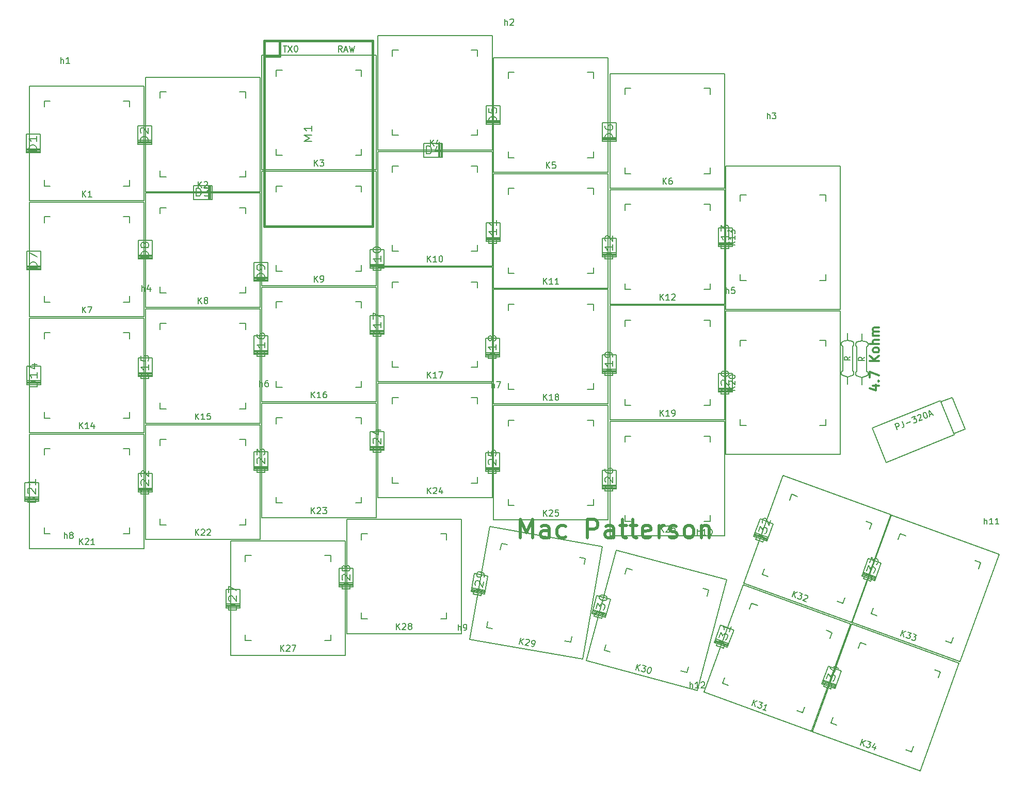
<source format=gto>
G04 #@! TF.GenerationSoftware,KiCad,Pcbnew,(5.0.0)*
G04 #@! TF.CreationDate,2018-10-18T18:59:20-04:00*
G04 #@! TF.ProjectId,orthomac2,6F7274686F6D6163322E6B696361645F,rev?*
G04 #@! TF.SameCoordinates,Original*
G04 #@! TF.FileFunction,Legend,Top*
G04 #@! TF.FilePolarity,Positive*
%FSLAX46Y46*%
G04 Gerber Fmt 4.6, Leading zero omitted, Abs format (unit mm)*
G04 Created by KiCad (PCBNEW (5.0.0)) date 10/18/18 18:59:20*
%MOMM*%
%LPD*%
G01*
G04 APERTURE LIST*
%ADD10C,0.500000*%
%ADD11C,0.300000*%
%ADD12C,0.381000*%
%ADD13C,0.203200*%
%ADD14C,0.150000*%
%ADD15C,0.200000*%
G04 APERTURE END LIST*
D10*
X120718750Y-102232142D02*
X120718750Y-99232142D01*
X121718750Y-101375000D01*
X122718750Y-99232142D01*
X122718750Y-102232142D01*
X125433035Y-102232142D02*
X125433035Y-100660714D01*
X125290178Y-100375000D01*
X125004464Y-100232142D01*
X124433035Y-100232142D01*
X124147321Y-100375000D01*
X125433035Y-102089285D02*
X125147321Y-102232142D01*
X124433035Y-102232142D01*
X124147321Y-102089285D01*
X124004464Y-101803571D01*
X124004464Y-101517857D01*
X124147321Y-101232142D01*
X124433035Y-101089285D01*
X125147321Y-101089285D01*
X125433035Y-100946428D01*
X128147321Y-102089285D02*
X127861607Y-102232142D01*
X127290178Y-102232142D01*
X127004464Y-102089285D01*
X126861607Y-101946428D01*
X126718750Y-101660714D01*
X126718750Y-100803571D01*
X126861607Y-100517857D01*
X127004464Y-100375000D01*
X127290178Y-100232142D01*
X127861607Y-100232142D01*
X128147321Y-100375000D01*
X131718750Y-102232142D02*
X131718750Y-99232142D01*
X132861607Y-99232142D01*
X133147321Y-99375000D01*
X133290178Y-99517857D01*
X133433035Y-99803571D01*
X133433035Y-100232142D01*
X133290178Y-100517857D01*
X133147321Y-100660714D01*
X132861607Y-100803571D01*
X131718750Y-100803571D01*
X136004464Y-102232142D02*
X136004464Y-100660714D01*
X135861607Y-100375000D01*
X135575892Y-100232142D01*
X135004464Y-100232142D01*
X134718750Y-100375000D01*
X136004464Y-102089285D02*
X135718750Y-102232142D01*
X135004464Y-102232142D01*
X134718750Y-102089285D01*
X134575892Y-101803571D01*
X134575892Y-101517857D01*
X134718750Y-101232142D01*
X135004464Y-101089285D01*
X135718750Y-101089285D01*
X136004464Y-100946428D01*
X137004464Y-100232142D02*
X138147321Y-100232142D01*
X137433035Y-99232142D02*
X137433035Y-101803571D01*
X137575892Y-102089285D01*
X137861607Y-102232142D01*
X138147321Y-102232142D01*
X138718750Y-100232142D02*
X139861607Y-100232142D01*
X139147321Y-99232142D02*
X139147321Y-101803571D01*
X139290178Y-102089285D01*
X139575892Y-102232142D01*
X139861607Y-102232142D01*
X142004464Y-102089285D02*
X141718750Y-102232142D01*
X141147321Y-102232142D01*
X140861607Y-102089285D01*
X140718750Y-101803571D01*
X140718750Y-100660714D01*
X140861607Y-100375000D01*
X141147321Y-100232142D01*
X141718750Y-100232142D01*
X142004464Y-100375000D01*
X142147321Y-100660714D01*
X142147321Y-100946428D01*
X140718750Y-101232142D01*
X143433035Y-102232142D02*
X143433035Y-100232142D01*
X143433035Y-100803571D02*
X143575892Y-100517857D01*
X143718750Y-100375000D01*
X144004464Y-100232142D01*
X144290178Y-100232142D01*
X145147321Y-102089285D02*
X145433035Y-102232142D01*
X146004464Y-102232142D01*
X146290178Y-102089285D01*
X146433035Y-101803571D01*
X146433035Y-101660714D01*
X146290178Y-101375000D01*
X146004464Y-101232142D01*
X145575892Y-101232142D01*
X145290178Y-101089285D01*
X145147321Y-100803571D01*
X145147321Y-100660714D01*
X145290178Y-100375000D01*
X145575892Y-100232142D01*
X146004464Y-100232142D01*
X146290178Y-100375000D01*
X148147321Y-102232142D02*
X147861607Y-102089285D01*
X147718750Y-101946428D01*
X147575892Y-101660714D01*
X147575892Y-100803571D01*
X147718750Y-100517857D01*
X147861607Y-100375000D01*
X148147321Y-100232142D01*
X148575892Y-100232142D01*
X148861607Y-100375000D01*
X149004464Y-100517857D01*
X149147321Y-100803571D01*
X149147321Y-101660714D01*
X149004464Y-101946428D01*
X148861607Y-102089285D01*
X148575892Y-102232142D01*
X148147321Y-102232142D01*
X150433035Y-100232142D02*
X150433035Y-102232142D01*
X150433035Y-100517857D02*
X150575892Y-100375000D01*
X150861607Y-100232142D01*
X151290178Y-100232142D01*
X151575892Y-100375000D01*
X151718750Y-100660714D01*
X151718750Y-102232142D01*
D11*
X178553571Y-77308035D02*
X179553571Y-77308035D01*
X177982142Y-77665178D02*
X179053571Y-78022321D01*
X179053571Y-77093750D01*
X179410714Y-76522321D02*
X179482142Y-76450892D01*
X179553571Y-76522321D01*
X179482142Y-76593750D01*
X179410714Y-76522321D01*
X179553571Y-76522321D01*
X178053571Y-75950892D02*
X178053571Y-74950892D01*
X179553571Y-75593750D01*
X179553571Y-73236607D02*
X178053571Y-73236607D01*
X179553571Y-72379464D02*
X178696428Y-73022321D01*
X178053571Y-72379464D02*
X178910714Y-73236607D01*
X179553571Y-71522321D02*
X179482142Y-71665178D01*
X179410714Y-71736607D01*
X179267857Y-71808035D01*
X178839285Y-71808035D01*
X178696428Y-71736607D01*
X178625000Y-71665178D01*
X178553571Y-71522321D01*
X178553571Y-71308035D01*
X178625000Y-71165178D01*
X178696428Y-71093750D01*
X178839285Y-71022321D01*
X179267857Y-71022321D01*
X179410714Y-71093750D01*
X179482142Y-71165178D01*
X179553571Y-71308035D01*
X179553571Y-71522321D01*
X179553571Y-70379464D02*
X178053571Y-70379464D01*
X179553571Y-69736607D02*
X178767857Y-69736607D01*
X178625000Y-69808035D01*
X178553571Y-69950892D01*
X178553571Y-70165178D01*
X178625000Y-70308035D01*
X178696428Y-70379464D01*
X179553571Y-69022321D02*
X178553571Y-69022321D01*
X178696428Y-69022321D02*
X178625000Y-68950892D01*
X178553571Y-68808035D01*
X178553571Y-68593750D01*
X178625000Y-68450892D01*
X178767857Y-68379464D01*
X179553571Y-68379464D01*
X178767857Y-68379464D02*
X178625000Y-68308035D01*
X178553571Y-68165178D01*
X178553571Y-67950892D01*
X178625000Y-67808035D01*
X178767857Y-67736607D01*
X179553571Y-67736607D01*
D12*
G04 #@! TO.C,M1*
X81212500Y-23206200D02*
X78672500Y-23206200D01*
X81212500Y-20666200D02*
X81212500Y-23206200D01*
X96452500Y-51146200D02*
X96452500Y-20666200D01*
X78672500Y-51146200D02*
X96452500Y-51146200D01*
X78672500Y-20666200D02*
X78672500Y-51146200D01*
X96452500Y-20666200D02*
X78672500Y-20666200D01*
D13*
G04 #@! TO.C,D26*
X134138000Y-91194800D02*
X136424000Y-91194800D01*
X134138000Y-94242800D02*
X134138000Y-91194800D01*
X136424000Y-94242800D02*
X134138000Y-94242800D01*
X136424000Y-91194800D02*
X136424000Y-94242800D01*
D14*
X134181000Y-94018800D02*
X136281000Y-94018800D01*
X136381000Y-94018800D02*
X136281000Y-94018800D01*
X136281000Y-94018800D02*
X136381000Y-94018800D01*
X136381000Y-93818800D02*
X134181000Y-93818800D01*
X134181000Y-93618800D02*
X136381000Y-93618800D01*
D13*
G04 #@! TO.C,D30*
X133259387Y-111763099D02*
X135467493Y-112354759D01*
X132470507Y-114707241D02*
X133259387Y-111763099D01*
X134678613Y-115298901D02*
X132470507Y-114707241D01*
X135467493Y-112354759D02*
X134678613Y-115298901D01*
D14*
X132570017Y-114502003D02*
X134598461Y-115045523D01*
X134695054Y-115071405D02*
X134598461Y-115045523D01*
X134598461Y-115045523D02*
X134695054Y-115071405D01*
X134746817Y-114878219D02*
X132621781Y-114308817D01*
X132673544Y-114115632D02*
X134798581Y-114685034D01*
D13*
G04 #@! TO.C,D13*
X153169000Y-51351000D02*
X155455000Y-51351000D01*
X153169000Y-54399000D02*
X153169000Y-51351000D01*
X155455000Y-54399000D02*
X153169000Y-54399000D01*
X155455000Y-51351000D02*
X155455000Y-54399000D01*
D14*
X153212000Y-54175000D02*
X155312000Y-54175000D01*
X155412000Y-54175000D02*
X155312000Y-54175000D01*
X155312000Y-54175000D02*
X155412000Y-54175000D01*
X155412000Y-53975000D02*
X153212000Y-53975000D01*
X153212000Y-53775000D02*
X155412000Y-53775000D01*
D13*
G04 #@! TO.C,D19*
X134138000Y-72163500D02*
X136424000Y-72163500D01*
X134138000Y-75211500D02*
X134138000Y-72163500D01*
X136424000Y-75211500D02*
X134138000Y-75211500D01*
X136424000Y-72163500D02*
X136424000Y-75211500D01*
D14*
X134181000Y-74987500D02*
X136281000Y-74987500D01*
X136381000Y-74987500D02*
X136281000Y-74987500D01*
X136281000Y-74987500D02*
X136381000Y-74987500D01*
X136381000Y-74787500D02*
X134181000Y-74787500D01*
X134181000Y-74587500D02*
X136381000Y-74587500D01*
D13*
G04 #@! TO.C,D20*
X153169000Y-75257200D02*
X155455000Y-75257200D01*
X153169000Y-78305200D02*
X153169000Y-75257200D01*
X155455000Y-78305200D02*
X153169000Y-78305200D01*
X155455000Y-75257200D02*
X155455000Y-78305200D01*
D14*
X153212000Y-78081200D02*
X155312000Y-78081200D01*
X155412000Y-78081200D02*
X155312000Y-78081200D01*
X155312000Y-78081200D02*
X155412000Y-78081200D01*
X155412000Y-77881200D02*
X153212000Y-77881200D01*
X153212000Y-77681200D02*
X155412000Y-77681200D01*
D13*
G04 #@! TO.C,D12*
X134138000Y-53038500D02*
X136424000Y-53038500D01*
X134138000Y-56086500D02*
X134138000Y-53038500D01*
X136424000Y-56086500D02*
X134138000Y-56086500D01*
X136424000Y-53038500D02*
X136424000Y-56086500D01*
D14*
X134181000Y-55862500D02*
X136281000Y-55862500D01*
X136381000Y-55862500D02*
X136281000Y-55862500D01*
X136281000Y-55862500D02*
X136381000Y-55862500D01*
X136381000Y-55662500D02*
X134181000Y-55662500D01*
X134181000Y-55462500D02*
X136381000Y-55462500D01*
D13*
G04 #@! TO.C,D6*
X134138000Y-34101000D02*
X136424000Y-34101000D01*
X134138000Y-37149000D02*
X134138000Y-34101000D01*
X136424000Y-37149000D02*
X134138000Y-37149000D01*
X136424000Y-34101000D02*
X136424000Y-37149000D01*
D14*
X134181000Y-36925000D02*
X136281000Y-36925000D01*
X136381000Y-36925000D02*
X136281000Y-36925000D01*
X136281000Y-36925000D02*
X136381000Y-36925000D01*
X136381000Y-36725000D02*
X134181000Y-36725000D01*
X134181000Y-36525000D02*
X136381000Y-36525000D01*
D13*
G04 #@! TO.C,D32*
X160041170Y-99145979D02*
X162189307Y-99927837D01*
X158998693Y-102010163D02*
X160041170Y-99145979D01*
X161146830Y-102792021D02*
X158998693Y-102010163D01*
X162189307Y-99927837D02*
X161146830Y-102792021D01*
D14*
X159115712Y-101814378D02*
X161089066Y-102532621D01*
X161183036Y-102566823D02*
X161089066Y-102532621D01*
X161089066Y-102532621D02*
X161183036Y-102566823D01*
X161251440Y-102378884D02*
X159184116Y-101626440D01*
X159252520Y-101438501D02*
X161319844Y-102190946D01*
D13*
G04 #@! TO.C,D31*
X153572170Y-116582979D02*
X155720307Y-117364837D01*
X152529693Y-119447163D02*
X153572170Y-116582979D01*
X154677830Y-120229021D02*
X152529693Y-119447163D01*
X155720307Y-117364837D02*
X154677830Y-120229021D01*
D14*
X152646712Y-119251378D02*
X154620066Y-119969621D01*
X154714036Y-120003823D02*
X154620066Y-119969621D01*
X154620066Y-119969621D02*
X154714036Y-120003823D01*
X154782440Y-119815884D02*
X152715116Y-119063440D01*
X152783520Y-118875501D02*
X154850844Y-119627946D01*
D13*
G04 #@! TO.C,D1*
X39638200Y-35976000D02*
X41924200Y-35976000D01*
X39638200Y-39024000D02*
X39638200Y-35976000D01*
X41924200Y-39024000D02*
X39638200Y-39024000D01*
X41924200Y-35976000D02*
X41924200Y-39024000D01*
D14*
X39681200Y-38800000D02*
X41781200Y-38800000D01*
X41881200Y-38800000D02*
X41781200Y-38800000D01*
X41781200Y-38800000D02*
X41881200Y-38800000D01*
X41881200Y-38600000D02*
X39681200Y-38600000D01*
X39681200Y-38400000D02*
X41881200Y-38400000D01*
D13*
G04 #@! TO.C,D2*
X57919500Y-34569800D02*
X60205500Y-34569800D01*
X57919500Y-37617800D02*
X57919500Y-34569800D01*
X60205500Y-37617800D02*
X57919500Y-37617800D01*
X60205500Y-34569800D02*
X60205500Y-37617800D01*
D14*
X57962500Y-37393800D02*
X60062500Y-37393800D01*
X60162500Y-37393800D02*
X60062500Y-37393800D01*
X60062500Y-37393800D02*
X60162500Y-37393800D01*
X60162500Y-37193800D02*
X57962500Y-37193800D01*
X57962500Y-36993800D02*
X60162500Y-36993800D01*
D13*
G04 #@! TO.C,D3*
X67101000Y-46705500D02*
X67101000Y-44419500D01*
X70149000Y-46705500D02*
X67101000Y-46705500D01*
X70149000Y-44419500D02*
X70149000Y-46705500D01*
X67101000Y-44419500D02*
X70149000Y-44419500D01*
D14*
X69925000Y-46662500D02*
X69925000Y-44562500D01*
X69925000Y-44462500D02*
X69925000Y-44562500D01*
X69925000Y-44562500D02*
X69925000Y-44462500D01*
X69725000Y-44462500D02*
X69725000Y-46662500D01*
X69525000Y-46662500D02*
X69525000Y-44462500D01*
D13*
G04 #@! TO.C,D4*
X104882000Y-39768000D02*
X104882000Y-37482000D01*
X107930000Y-39768000D02*
X104882000Y-39768000D01*
X107930000Y-37482000D02*
X107930000Y-39768000D01*
X104882000Y-37482000D02*
X107930000Y-37482000D01*
D14*
X107706000Y-39725000D02*
X107706000Y-37625000D01*
X107706000Y-37525000D02*
X107706000Y-37625000D01*
X107706000Y-37625000D02*
X107706000Y-37525000D01*
X107506000Y-37525000D02*
X107506000Y-39725000D01*
X107306000Y-39725000D02*
X107306000Y-37525000D01*
D13*
G04 #@! TO.C,D5*
X115107000Y-31288500D02*
X117393000Y-31288500D01*
X115107000Y-34336500D02*
X115107000Y-31288500D01*
X117393000Y-34336500D02*
X115107000Y-34336500D01*
X117393000Y-31288500D02*
X117393000Y-34336500D01*
D14*
X115150000Y-34112500D02*
X117250000Y-34112500D01*
X117350000Y-34112500D02*
X117250000Y-34112500D01*
X117250000Y-34112500D02*
X117350000Y-34112500D01*
X117350000Y-33912500D02*
X115150000Y-33912500D01*
X115150000Y-33712500D02*
X117350000Y-33712500D01*
D13*
G04 #@! TO.C,D7*
X39732000Y-55194800D02*
X42018000Y-55194800D01*
X39732000Y-58242800D02*
X39732000Y-55194800D01*
X42018000Y-58242800D02*
X39732000Y-58242800D01*
X42018000Y-55194800D02*
X42018000Y-58242800D01*
D14*
X39775000Y-58018800D02*
X41875000Y-58018800D01*
X41975000Y-58018800D02*
X41875000Y-58018800D01*
X41875000Y-58018800D02*
X41975000Y-58018800D01*
X41975000Y-57818800D02*
X39775000Y-57818800D01*
X39775000Y-57618800D02*
X41975000Y-57618800D01*
D13*
G04 #@! TO.C,D8*
X58013200Y-53413500D02*
X60299200Y-53413500D01*
X58013200Y-56461500D02*
X58013200Y-53413500D01*
X60299200Y-56461500D02*
X58013200Y-56461500D01*
X60299200Y-53413500D02*
X60299200Y-56461500D01*
D14*
X58056200Y-56237500D02*
X60156200Y-56237500D01*
X60256200Y-56237500D02*
X60156200Y-56237500D01*
X60156200Y-56237500D02*
X60256200Y-56237500D01*
X60256200Y-56037500D02*
X58056200Y-56037500D01*
X58056200Y-55837500D02*
X60256200Y-55837500D01*
D13*
G04 #@! TO.C,D9*
X77044500Y-57069800D02*
X79330500Y-57069800D01*
X77044500Y-60117800D02*
X77044500Y-57069800D01*
X79330500Y-60117800D02*
X77044500Y-60117800D01*
X79330500Y-57069800D02*
X79330500Y-60117800D01*
D14*
X77087500Y-59893800D02*
X79187500Y-59893800D01*
X79287500Y-59893800D02*
X79187500Y-59893800D01*
X79187500Y-59893800D02*
X79287500Y-59893800D01*
X79287500Y-59693800D02*
X77087500Y-59693800D01*
X77087500Y-59493800D02*
X79287500Y-59493800D01*
D13*
G04 #@! TO.C,D10*
X96075800Y-54913500D02*
X98361800Y-54913500D01*
X96075800Y-57961500D02*
X96075800Y-54913500D01*
X98361800Y-57961500D02*
X96075800Y-57961500D01*
X98361800Y-54913500D02*
X98361800Y-57961500D01*
D14*
X96118800Y-57737500D02*
X98218800Y-57737500D01*
X98318800Y-57737500D02*
X98218800Y-57737500D01*
X98218800Y-57737500D02*
X98318800Y-57737500D01*
X98318800Y-57537500D02*
X96118800Y-57537500D01*
X96118800Y-57337500D02*
X98318800Y-57337500D01*
D13*
G04 #@! TO.C,D11*
X115107000Y-50507200D02*
X117393000Y-50507200D01*
X115107000Y-53555200D02*
X115107000Y-50507200D01*
X117393000Y-53555200D02*
X115107000Y-53555200D01*
X117393000Y-50507200D02*
X117393000Y-53555200D01*
D14*
X115150000Y-53331200D02*
X117250000Y-53331200D01*
X117350000Y-53331200D02*
X117250000Y-53331200D01*
X117250000Y-53331200D02*
X117350000Y-53331200D01*
X117350000Y-53131200D02*
X115150000Y-53131200D01*
X115150000Y-52931200D02*
X117350000Y-52931200D01*
D13*
G04 #@! TO.C,D14*
X39732000Y-74038500D02*
X42018000Y-74038500D01*
X39732000Y-77086500D02*
X39732000Y-74038500D01*
X42018000Y-77086500D02*
X39732000Y-77086500D01*
X42018000Y-74038500D02*
X42018000Y-77086500D01*
D14*
X39775000Y-76862500D02*
X41875000Y-76862500D01*
X41975000Y-76862500D02*
X41875000Y-76862500D01*
X41875000Y-76862500D02*
X41975000Y-76862500D01*
X41975000Y-76662500D02*
X39775000Y-76662500D01*
X39775000Y-76462500D02*
X41975000Y-76462500D01*
D13*
G04 #@! TO.C,D15*
X58013200Y-72726000D02*
X60299200Y-72726000D01*
X58013200Y-75774000D02*
X58013200Y-72726000D01*
X60299200Y-75774000D02*
X58013200Y-75774000D01*
X60299200Y-72726000D02*
X60299200Y-75774000D01*
D14*
X58056200Y-75550000D02*
X60156200Y-75550000D01*
X60256200Y-75550000D02*
X60156200Y-75550000D01*
X60156200Y-75550000D02*
X60256200Y-75550000D01*
X60256200Y-75350000D02*
X58056200Y-75350000D01*
X58056200Y-75150000D02*
X60256200Y-75150000D01*
D13*
G04 #@! TO.C,D16*
X77044500Y-69069800D02*
X79330500Y-69069800D01*
X77044500Y-72117800D02*
X77044500Y-69069800D01*
X79330500Y-72117800D02*
X77044500Y-72117800D01*
X79330500Y-69069800D02*
X79330500Y-72117800D01*
D14*
X77087500Y-71893800D02*
X79187500Y-71893800D01*
X79287500Y-71893800D02*
X79187500Y-71893800D01*
X79187500Y-71893800D02*
X79287500Y-71893800D01*
X79287500Y-71693800D02*
X77087500Y-71693800D01*
X77087500Y-71493800D02*
X79287500Y-71493800D01*
D13*
G04 #@! TO.C,D17*
X96075800Y-65788500D02*
X98361800Y-65788500D01*
X96075800Y-68836500D02*
X96075800Y-65788500D01*
X98361800Y-68836500D02*
X96075800Y-68836500D01*
X98361800Y-65788500D02*
X98361800Y-68836500D01*
D14*
X96118800Y-68612500D02*
X98218800Y-68612500D01*
X98318800Y-68612500D02*
X98218800Y-68612500D01*
X98218800Y-68612500D02*
X98318800Y-68612500D01*
X98318800Y-68412500D02*
X96118800Y-68412500D01*
X96118800Y-68212500D02*
X98318800Y-68212500D01*
D13*
G04 #@! TO.C,D18*
X115013000Y-69444800D02*
X117299000Y-69444800D01*
X115013000Y-72492800D02*
X115013000Y-69444800D01*
X117299000Y-72492800D02*
X115013000Y-72492800D01*
X117299000Y-69444800D02*
X117299000Y-72492800D01*
D14*
X115056000Y-72268800D02*
X117156000Y-72268800D01*
X117256000Y-72268800D02*
X117156000Y-72268800D01*
X117156000Y-72268800D02*
X117256000Y-72268800D01*
X117256000Y-72068800D02*
X115056000Y-72068800D01*
X115056000Y-71868800D02*
X117256000Y-71868800D01*
D13*
G04 #@! TO.C,D21*
X39450800Y-93163500D02*
X41736800Y-93163500D01*
X39450800Y-96211500D02*
X39450800Y-93163500D01*
X41736800Y-96211500D02*
X39450800Y-96211500D01*
X41736800Y-93163500D02*
X41736800Y-96211500D01*
D14*
X39493800Y-95987500D02*
X41593800Y-95987500D01*
X41693800Y-95987500D02*
X41593800Y-95987500D01*
X41593800Y-95987500D02*
X41693800Y-95987500D01*
X41693800Y-95787500D02*
X39493800Y-95787500D01*
X39493800Y-95587500D02*
X41693800Y-95587500D01*
D13*
G04 #@! TO.C,D22*
X58013200Y-91663500D02*
X60299200Y-91663500D01*
X58013200Y-94711500D02*
X58013200Y-91663500D01*
X60299200Y-94711500D02*
X58013200Y-94711500D01*
X60299200Y-91663500D02*
X60299200Y-94711500D01*
D14*
X58056200Y-94487500D02*
X60156200Y-94487500D01*
X60256200Y-94487500D02*
X60156200Y-94487500D01*
X60156200Y-94487500D02*
X60256200Y-94487500D01*
X60256200Y-94287500D02*
X58056200Y-94287500D01*
X58056200Y-94087500D02*
X60256200Y-94087500D01*
D13*
G04 #@! TO.C,D23*
X77044500Y-88101000D02*
X79330500Y-88101000D01*
X77044500Y-91149000D02*
X77044500Y-88101000D01*
X79330500Y-91149000D02*
X77044500Y-91149000D01*
X79330500Y-88101000D02*
X79330500Y-91149000D01*
D14*
X77087500Y-90925000D02*
X79187500Y-90925000D01*
X79287500Y-90925000D02*
X79187500Y-90925000D01*
X79187500Y-90925000D02*
X79287500Y-90925000D01*
X79287500Y-90725000D02*
X77087500Y-90725000D01*
X77087500Y-90525000D02*
X79287500Y-90525000D01*
D13*
G04 #@! TO.C,D24*
X96075800Y-84819800D02*
X98361800Y-84819800D01*
X96075800Y-87867800D02*
X96075800Y-84819800D01*
X98361800Y-87867800D02*
X96075800Y-87867800D01*
X98361800Y-84819800D02*
X98361800Y-87867800D01*
D14*
X96118800Y-87643800D02*
X98218800Y-87643800D01*
X98318800Y-87643800D02*
X98218800Y-87643800D01*
X98218800Y-87643800D02*
X98318800Y-87643800D01*
X98318800Y-87443800D02*
X96118800Y-87443800D01*
X96118800Y-87243800D02*
X98318800Y-87243800D01*
D13*
G04 #@! TO.C,D25*
X115013000Y-88288500D02*
X117299000Y-88288500D01*
X115013000Y-91336500D02*
X115013000Y-88288500D01*
X117299000Y-91336500D02*
X115013000Y-91336500D01*
X117299000Y-88288500D02*
X117299000Y-91336500D01*
D14*
X115056000Y-91112500D02*
X117156000Y-91112500D01*
X117256000Y-91112500D02*
X117156000Y-91112500D01*
X117156000Y-91112500D02*
X117256000Y-91112500D01*
X117256000Y-90912500D02*
X115056000Y-90912500D01*
X115056000Y-90712500D02*
X117256000Y-90712500D01*
D13*
G04 #@! TO.C,D27*
X72450800Y-110695000D02*
X74736800Y-110695000D01*
X72450800Y-113743000D02*
X72450800Y-110695000D01*
X74736800Y-113743000D02*
X72450800Y-113743000D01*
X74736800Y-110695000D02*
X74736800Y-113743000D01*
D14*
X72493800Y-113519000D02*
X74593800Y-113519000D01*
X74693800Y-113519000D02*
X74593800Y-113519000D01*
X74593800Y-113519000D02*
X74693800Y-113519000D01*
X74693800Y-113319000D02*
X72493800Y-113319000D01*
X72493800Y-113119000D02*
X74693800Y-113119000D01*
D13*
G04 #@! TO.C,D28*
X91013200Y-107226000D02*
X93299200Y-107226000D01*
X91013200Y-110274000D02*
X91013200Y-107226000D01*
X93299200Y-110274000D02*
X91013200Y-110274000D01*
X93299200Y-107226000D02*
X93299200Y-110274000D01*
D14*
X91056200Y-110050000D02*
X93156200Y-110050000D01*
X93256200Y-110050000D02*
X93156200Y-110050000D01*
X93156200Y-110050000D02*
X93256200Y-110050000D01*
X93256200Y-109850000D02*
X91056200Y-109850000D01*
X91056200Y-109650000D02*
X93256200Y-109650000D01*
D13*
G04 #@! TO.C,D29*
X113139005Y-108081673D02*
X115390275Y-108478633D01*
X112609725Y-111083367D02*
X113139005Y-108081673D01*
X114860995Y-111480327D02*
X112609725Y-111083367D01*
X115390275Y-108478633D02*
X114860995Y-111480327D01*
D14*
X112690969Y-110870237D02*
X114759065Y-111234898D01*
X114857546Y-111252263D02*
X114759065Y-111234898D01*
X114759065Y-111234898D02*
X114857546Y-111252263D01*
X114892276Y-111055302D02*
X112725698Y-110673276D01*
X112760428Y-110476314D02*
X114927005Y-110858340D01*
D13*
G04 #@! TO.C,D33*
X177759170Y-105614979D02*
X179907307Y-106396837D01*
X176716693Y-108479163D02*
X177759170Y-105614979D01*
X178864830Y-109261021D02*
X176716693Y-108479163D01*
X179907307Y-106396837D02*
X178864830Y-109261021D01*
D14*
X176833712Y-108283378D02*
X178807066Y-109001621D01*
X178901036Y-109035823D02*
X178807066Y-109001621D01*
X178807066Y-109001621D02*
X178901036Y-109035823D01*
X178969440Y-108847884D02*
X176902116Y-108095440D01*
X176970520Y-107907501D02*
X179037844Y-108659946D01*
D13*
G04 #@! TO.C,D34*
X171197170Y-123332979D02*
X173345307Y-124114837D01*
X170154693Y-126197163D02*
X171197170Y-123332979D01*
X172302830Y-126979021D02*
X170154693Y-126197163D01*
X173345307Y-124114837D02*
X172302830Y-126979021D01*
D14*
X170271712Y-126001378D02*
X172245066Y-126719621D01*
X172339036Y-126753823D02*
X172245066Y-126719621D01*
X172245066Y-126719621D02*
X172339036Y-126753823D01*
X172407440Y-126565884D02*
X170340116Y-125813440D01*
X170408520Y-125625501D02*
X172475844Y-126377946D01*
G04 #@! TO.C,K20*
X170781000Y-69781200D02*
X170781000Y-70781200D01*
X156781000Y-70781200D02*
X156781000Y-69781200D01*
X157781000Y-83781200D02*
X156781000Y-83781200D01*
X156781000Y-83781200D02*
X156781000Y-82781200D01*
X170781000Y-82781200D02*
X170781000Y-83781200D01*
X170781000Y-83781200D02*
X169781000Y-83781200D01*
X156781000Y-69781200D02*
X157781000Y-69781200D01*
X169781000Y-69781200D02*
X170781000Y-69781200D01*
X154383000Y-65001950D02*
X173179000Y-65001950D01*
X154383000Y-88560450D02*
X154383000Y-65001950D01*
X173179000Y-88560450D02*
X154383000Y-88560450D01*
X173179000Y-65001950D02*
X173179000Y-88560450D01*
G04 #@! TO.C,K13*
X170781000Y-45968800D02*
X170781000Y-46968800D01*
X156781000Y-46968800D02*
X156781000Y-45968800D01*
X157781000Y-59968800D02*
X156781000Y-59968800D01*
X156781000Y-59968800D02*
X156781000Y-58968800D01*
X170781000Y-58968800D02*
X170781000Y-59968800D01*
X170781000Y-59968800D02*
X169781000Y-59968800D01*
X156781000Y-45968800D02*
X157781000Y-45968800D01*
X169781000Y-45968800D02*
X170781000Y-45968800D01*
X154383000Y-41189550D02*
X173179000Y-41189550D01*
X154383000Y-64748050D02*
X154383000Y-41189550D01*
X173179000Y-64748050D02*
X154383000Y-64748050D01*
X173179000Y-41189550D02*
X173179000Y-64748050D01*
G04 #@! TO.C,K21*
X40195800Y-85195800D02*
X58991800Y-85195800D01*
X58991800Y-85195800D02*
X58991800Y-103991800D01*
X58991800Y-103991800D02*
X40195800Y-103991800D01*
X40195800Y-103991800D02*
X40195800Y-85195800D01*
X42593800Y-88593800D02*
X42593800Y-87593800D01*
X42593800Y-101593800D02*
X42593800Y-100593800D01*
X56593800Y-87593800D02*
X56593800Y-88593800D01*
X55593800Y-87593800D02*
X56593800Y-87593800D01*
X56593800Y-101593800D02*
X55593800Y-101593800D01*
X56593800Y-100593800D02*
X56593800Y-101593800D01*
X43593800Y-101593800D02*
X42593800Y-101593800D01*
X42593800Y-87593800D02*
X43593800Y-87593800D01*
G04 #@! TO.C,K14*
X40195800Y-66164500D02*
X58991800Y-66164500D01*
X58991800Y-66164500D02*
X58991800Y-84960500D01*
X58991800Y-84960500D02*
X40195800Y-84960500D01*
X40195800Y-84960500D02*
X40195800Y-66164500D01*
X42593800Y-69562500D02*
X42593800Y-68562500D01*
X42593800Y-82562500D02*
X42593800Y-81562500D01*
X56593800Y-68562500D02*
X56593800Y-69562500D01*
X55593800Y-68562500D02*
X56593800Y-68562500D01*
X56593800Y-82562500D02*
X55593800Y-82562500D01*
X56593800Y-81562500D02*
X56593800Y-82562500D01*
X43593800Y-82562500D02*
X42593800Y-82562500D01*
X42593800Y-68562500D02*
X43593800Y-68562500D01*
G04 #@! TO.C,K7*
X40195800Y-47133200D02*
X58991800Y-47133200D01*
X58991800Y-47133200D02*
X58991800Y-65929200D01*
X58991800Y-65929200D02*
X40195800Y-65929200D01*
X40195800Y-65929200D02*
X40195800Y-47133200D01*
X42593800Y-50531200D02*
X42593800Y-49531200D01*
X42593800Y-63531200D02*
X42593800Y-62531200D01*
X56593800Y-49531200D02*
X56593800Y-50531200D01*
X55593800Y-49531200D02*
X56593800Y-49531200D01*
X56593800Y-63531200D02*
X55593800Y-63531200D01*
X56593800Y-62531200D02*
X56593800Y-63531200D01*
X43593800Y-63531200D02*
X42593800Y-63531200D01*
X42593800Y-49531200D02*
X43593800Y-49531200D01*
G04 #@! TO.C,K8*
X59227000Y-45633200D02*
X78023000Y-45633200D01*
X78023000Y-45633200D02*
X78023000Y-64429200D01*
X78023000Y-64429200D02*
X59227000Y-64429200D01*
X59227000Y-64429200D02*
X59227000Y-45633200D01*
X61625000Y-49031200D02*
X61625000Y-48031200D01*
X61625000Y-62031200D02*
X61625000Y-61031200D01*
X75625000Y-48031200D02*
X75625000Y-49031200D01*
X74625000Y-48031200D02*
X75625000Y-48031200D01*
X75625000Y-62031200D02*
X74625000Y-62031200D01*
X75625000Y-61031200D02*
X75625000Y-62031200D01*
X62625000Y-62031200D02*
X61625000Y-62031200D01*
X61625000Y-48031200D02*
X62625000Y-48031200D01*
G04 #@! TO.C,K15*
X59227000Y-64664500D02*
X78023000Y-64664500D01*
X78023000Y-64664500D02*
X78023000Y-83460500D01*
X78023000Y-83460500D02*
X59227000Y-83460500D01*
X59227000Y-83460500D02*
X59227000Y-64664500D01*
X61625000Y-68062500D02*
X61625000Y-67062500D01*
X61625000Y-81062500D02*
X61625000Y-80062500D01*
X75625000Y-67062500D02*
X75625000Y-68062500D01*
X74625000Y-67062500D02*
X75625000Y-67062500D01*
X75625000Y-81062500D02*
X74625000Y-81062500D01*
X75625000Y-80062500D02*
X75625000Y-81062500D01*
X62625000Y-81062500D02*
X61625000Y-81062500D01*
X61625000Y-67062500D02*
X62625000Y-67062500D01*
G04 #@! TO.C,K22*
X59227000Y-83695800D02*
X78023000Y-83695800D01*
X78023000Y-83695800D02*
X78023000Y-102491800D01*
X78023000Y-102491800D02*
X59227000Y-102491800D01*
X59227000Y-102491800D02*
X59227000Y-83695800D01*
X61625000Y-87093800D02*
X61625000Y-86093800D01*
X61625000Y-100093800D02*
X61625000Y-99093800D01*
X75625000Y-86093800D02*
X75625000Y-87093800D01*
X74625000Y-86093800D02*
X75625000Y-86093800D01*
X75625000Y-100093800D02*
X74625000Y-100093800D01*
X75625000Y-99093800D02*
X75625000Y-100093800D01*
X62625000Y-100093800D02*
X61625000Y-100093800D01*
X61625000Y-86093800D02*
X62625000Y-86093800D01*
G04 #@! TO.C,K23*
X78258200Y-80133200D02*
X97054200Y-80133200D01*
X97054200Y-80133200D02*
X97054200Y-98929200D01*
X97054200Y-98929200D02*
X78258200Y-98929200D01*
X78258200Y-98929200D02*
X78258200Y-80133200D01*
X80656200Y-83531200D02*
X80656200Y-82531200D01*
X80656200Y-96531200D02*
X80656200Y-95531200D01*
X94656200Y-82531200D02*
X94656200Y-83531200D01*
X93656200Y-82531200D02*
X94656200Y-82531200D01*
X94656200Y-96531200D02*
X93656200Y-96531200D01*
X94656200Y-95531200D02*
X94656200Y-96531200D01*
X81656200Y-96531200D02*
X80656200Y-96531200D01*
X80656200Y-82531200D02*
X81656200Y-82531200D01*
G04 #@! TO.C,K16*
X78258200Y-61102000D02*
X97054200Y-61102000D01*
X97054200Y-61102000D02*
X97054200Y-79898000D01*
X97054200Y-79898000D02*
X78258200Y-79898000D01*
X78258200Y-79898000D02*
X78258200Y-61102000D01*
X80656200Y-64500000D02*
X80656200Y-63500000D01*
X80656200Y-77500000D02*
X80656200Y-76500000D01*
X94656200Y-63500000D02*
X94656200Y-64500000D01*
X93656200Y-63500000D02*
X94656200Y-63500000D01*
X94656200Y-77500000D02*
X93656200Y-77500000D01*
X94656200Y-76500000D02*
X94656200Y-77500000D01*
X81656200Y-77500000D02*
X80656200Y-77500000D01*
X80656200Y-63500000D02*
X81656200Y-63500000D01*
G04 #@! TO.C,K9*
X78258200Y-42070800D02*
X97054200Y-42070800D01*
X97054200Y-42070800D02*
X97054200Y-60866800D01*
X97054200Y-60866800D02*
X78258200Y-60866800D01*
X78258200Y-60866800D02*
X78258200Y-42070800D01*
X80656200Y-45468800D02*
X80656200Y-44468800D01*
X80656200Y-58468800D02*
X80656200Y-57468800D01*
X94656200Y-44468800D02*
X94656200Y-45468800D01*
X93656200Y-44468800D02*
X94656200Y-44468800D01*
X94656200Y-58468800D02*
X93656200Y-58468800D01*
X94656200Y-57468800D02*
X94656200Y-58468800D01*
X81656200Y-58468800D02*
X80656200Y-58468800D01*
X80656200Y-44468800D02*
X81656200Y-44468800D01*
G04 #@! TO.C,K24*
X97290000Y-76852000D02*
X116086000Y-76852000D01*
X116086000Y-76852000D02*
X116086000Y-95648000D01*
X116086000Y-95648000D02*
X97290000Y-95648000D01*
X97290000Y-95648000D02*
X97290000Y-76852000D01*
X99688000Y-80250000D02*
X99688000Y-79250000D01*
X99688000Y-93250000D02*
X99688000Y-92250000D01*
X113688000Y-79250000D02*
X113688000Y-80250000D01*
X112688000Y-79250000D02*
X113688000Y-79250000D01*
X113688000Y-93250000D02*
X112688000Y-93250000D01*
X113688000Y-92250000D02*
X113688000Y-93250000D01*
X100688000Y-93250000D02*
X99688000Y-93250000D01*
X99688000Y-79250000D02*
X100688000Y-79250000D01*
G04 #@! TO.C,K17*
X97290000Y-57820800D02*
X116086000Y-57820800D01*
X116086000Y-57820800D02*
X116086000Y-76616800D01*
X116086000Y-76616800D02*
X97290000Y-76616800D01*
X97290000Y-76616800D02*
X97290000Y-57820800D01*
X99688000Y-61218800D02*
X99688000Y-60218800D01*
X99688000Y-74218800D02*
X99688000Y-73218800D01*
X113688000Y-60218800D02*
X113688000Y-61218800D01*
X112688000Y-60218800D02*
X113688000Y-60218800D01*
X113688000Y-74218800D02*
X112688000Y-74218800D01*
X113688000Y-73218800D02*
X113688000Y-74218800D01*
X100688000Y-74218800D02*
X99688000Y-74218800D01*
X99688000Y-60218800D02*
X100688000Y-60218800D01*
G04 #@! TO.C,K10*
X97290000Y-38789500D02*
X116086000Y-38789500D01*
X116086000Y-38789500D02*
X116086000Y-57585500D01*
X116086000Y-57585500D02*
X97290000Y-57585500D01*
X97290000Y-57585500D02*
X97290000Y-38789500D01*
X99688000Y-42187500D02*
X99688000Y-41187500D01*
X99688000Y-55187500D02*
X99688000Y-54187500D01*
X113688000Y-41187500D02*
X113688000Y-42187500D01*
X112688000Y-41187500D02*
X113688000Y-41187500D01*
X113688000Y-55187500D02*
X112688000Y-55187500D01*
X113688000Y-54187500D02*
X113688000Y-55187500D01*
X100688000Y-55187500D02*
X99688000Y-55187500D01*
X99688000Y-41187500D02*
X100688000Y-41187500D01*
G04 #@! TO.C,K11*
X116321000Y-42445800D02*
X135117000Y-42445800D01*
X135117000Y-42445800D02*
X135117000Y-61241800D01*
X135117000Y-61241800D02*
X116321000Y-61241800D01*
X116321000Y-61241800D02*
X116321000Y-42445800D01*
X118719000Y-45843800D02*
X118719000Y-44843800D01*
X118719000Y-58843800D02*
X118719000Y-57843800D01*
X132719000Y-44843800D02*
X132719000Y-45843800D01*
X131719000Y-44843800D02*
X132719000Y-44843800D01*
X132719000Y-58843800D02*
X131719000Y-58843800D01*
X132719000Y-57843800D02*
X132719000Y-58843800D01*
X119719000Y-58843800D02*
X118719000Y-58843800D01*
X118719000Y-44843800D02*
X119719000Y-44843800D01*
G04 #@! TO.C,K18*
X116321000Y-61477000D02*
X135117000Y-61477000D01*
X135117000Y-61477000D02*
X135117000Y-80273000D01*
X135117000Y-80273000D02*
X116321000Y-80273000D01*
X116321000Y-80273000D02*
X116321000Y-61477000D01*
X118719000Y-64875000D02*
X118719000Y-63875000D01*
X118719000Y-77875000D02*
X118719000Y-76875000D01*
X132719000Y-63875000D02*
X132719000Y-64875000D01*
X131719000Y-63875000D02*
X132719000Y-63875000D01*
X132719000Y-77875000D02*
X131719000Y-77875000D01*
X132719000Y-76875000D02*
X132719000Y-77875000D01*
X119719000Y-77875000D02*
X118719000Y-77875000D01*
X118719000Y-63875000D02*
X119719000Y-63875000D01*
G04 #@! TO.C,K25*
X116321000Y-80508200D02*
X135117000Y-80508200D01*
X135117000Y-80508200D02*
X135117000Y-99304200D01*
X135117000Y-99304200D02*
X116321000Y-99304200D01*
X116321000Y-99304200D02*
X116321000Y-80508200D01*
X118719000Y-83906200D02*
X118719000Y-82906200D01*
X118719000Y-96906200D02*
X118719000Y-95906200D01*
X132719000Y-82906200D02*
X132719000Y-83906200D01*
X131719000Y-82906200D02*
X132719000Y-82906200D01*
X132719000Y-96906200D02*
X131719000Y-96906200D01*
X132719000Y-95906200D02*
X132719000Y-96906200D01*
X119719000Y-96906200D02*
X118719000Y-96906200D01*
X118719000Y-82906200D02*
X119719000Y-82906200D01*
G04 #@! TO.C,K26*
X135446000Y-83133200D02*
X154242000Y-83133200D01*
X154242000Y-83133200D02*
X154242000Y-101929200D01*
X154242000Y-101929200D02*
X135446000Y-101929200D01*
X135446000Y-101929200D02*
X135446000Y-83133200D01*
X137844000Y-86531200D02*
X137844000Y-85531200D01*
X137844000Y-99531200D02*
X137844000Y-98531200D01*
X151844000Y-85531200D02*
X151844000Y-86531200D01*
X150844000Y-85531200D02*
X151844000Y-85531200D01*
X151844000Y-99531200D02*
X150844000Y-99531200D01*
X151844000Y-98531200D02*
X151844000Y-99531200D01*
X138844000Y-99531200D02*
X137844000Y-99531200D01*
X137844000Y-85531200D02*
X138844000Y-85531200D01*
G04 #@! TO.C,K19*
X135446000Y-64102000D02*
X154242000Y-64102000D01*
X154242000Y-64102000D02*
X154242000Y-82898000D01*
X154242000Y-82898000D02*
X135446000Y-82898000D01*
X135446000Y-82898000D02*
X135446000Y-64102000D01*
X137844000Y-67500000D02*
X137844000Y-66500000D01*
X137844000Y-80500000D02*
X137844000Y-79500000D01*
X151844000Y-66500000D02*
X151844000Y-67500000D01*
X150844000Y-66500000D02*
X151844000Y-66500000D01*
X151844000Y-80500000D02*
X150844000Y-80500000D01*
X151844000Y-79500000D02*
X151844000Y-80500000D01*
X138844000Y-80500000D02*
X137844000Y-80500000D01*
X137844000Y-66500000D02*
X138844000Y-66500000D01*
G04 #@! TO.C,K12*
X135446000Y-45070800D02*
X154242000Y-45070800D01*
X154242000Y-45070800D02*
X154242000Y-63866800D01*
X154242000Y-63866800D02*
X135446000Y-63866800D01*
X135446000Y-63866800D02*
X135446000Y-45070800D01*
X137844000Y-48468800D02*
X137844000Y-47468800D01*
X137844000Y-61468800D02*
X137844000Y-60468800D01*
X151844000Y-47468800D02*
X151844000Y-48468800D01*
X150844000Y-47468800D02*
X151844000Y-47468800D01*
X151844000Y-61468800D02*
X150844000Y-61468800D01*
X151844000Y-60468800D02*
X151844000Y-61468800D01*
X138844000Y-61468800D02*
X137844000Y-61468800D01*
X137844000Y-47468800D02*
X138844000Y-47468800D01*
G04 #@! TO.C,K31*
X157227074Y-109923463D02*
X174889537Y-116352074D01*
X174889537Y-116352074D02*
X168460926Y-134014537D01*
X168460926Y-134014537D02*
X150798463Y-127585926D01*
X150798463Y-127585926D02*
X157227074Y-109923463D01*
X158318273Y-113936703D02*
X158660293Y-112997011D01*
X153872011Y-126152707D02*
X154214031Y-125213015D01*
X171815989Y-117785293D02*
X171473969Y-118724985D01*
X170876297Y-117443273D02*
X171815989Y-117785293D01*
X167027707Y-130940989D02*
X166088015Y-130598969D01*
X167369727Y-130001297D02*
X167027707Y-130940989D01*
X154811703Y-126494727D02*
X153872011Y-126152707D01*
X158660293Y-112997011D02*
X159599985Y-113339031D01*
G04 #@! TO.C,K34*
X175039074Y-116392463D02*
X192701537Y-122821074D01*
X192701537Y-122821074D02*
X186272926Y-140483537D01*
X186272926Y-140483537D02*
X168610463Y-134054926D01*
X168610463Y-134054926D02*
X175039074Y-116392463D01*
X176130273Y-120405703D02*
X176472293Y-119466011D01*
X171684011Y-132621707D02*
X172026031Y-131682015D01*
X189627989Y-124254293D02*
X189285969Y-125193985D01*
X188688297Y-123912273D02*
X189627989Y-124254293D01*
X184839707Y-137409989D02*
X183900015Y-137067969D01*
X185181727Y-136470297D02*
X184839707Y-137409989D01*
X172623703Y-132963727D02*
X171684011Y-132621707D01*
X176472293Y-119466011D02*
X177411985Y-119808031D01*
G04 #@! TO.C,K33*
X181602074Y-98485463D02*
X199264537Y-104914074D01*
X199264537Y-104914074D02*
X192835926Y-122576537D01*
X192835926Y-122576537D02*
X175173463Y-116147926D01*
X175173463Y-116147926D02*
X181602074Y-98485463D01*
X182693273Y-102498703D02*
X183035293Y-101559011D01*
X178247011Y-114714707D02*
X178589031Y-113775015D01*
X196190989Y-106347293D02*
X195848969Y-107286985D01*
X195251297Y-106005273D02*
X196190989Y-106347293D01*
X191402707Y-119502989D02*
X190463015Y-119160969D01*
X191744727Y-118563297D02*
X191402707Y-119502989D01*
X179186703Y-115056727D02*
X178247011Y-114714707D01*
X183035293Y-101559011D02*
X183974985Y-101901031D01*
G04 #@! TO.C,K4*
X97290000Y-19758200D02*
X116086000Y-19758200D01*
X116086000Y-19758200D02*
X116086000Y-38554200D01*
X116086000Y-38554200D02*
X97290000Y-38554200D01*
X97290000Y-38554200D02*
X97290000Y-19758200D01*
X99688000Y-23156200D02*
X99688000Y-22156200D01*
X99688000Y-36156200D02*
X99688000Y-35156200D01*
X113688000Y-22156200D02*
X113688000Y-23156200D01*
X112688000Y-22156200D02*
X113688000Y-22156200D01*
X113688000Y-36156200D02*
X112688000Y-36156200D01*
X113688000Y-35156200D02*
X113688000Y-36156200D01*
X100688000Y-36156200D02*
X99688000Y-36156200D01*
X99688000Y-22156200D02*
X100688000Y-22156200D01*
G04 #@! TO.C,K1*
X40195800Y-28102000D02*
X58991800Y-28102000D01*
X58991800Y-28102000D02*
X58991800Y-46898000D01*
X58991800Y-46898000D02*
X40195800Y-46898000D01*
X40195800Y-46898000D02*
X40195800Y-28102000D01*
X42593800Y-31500000D02*
X42593800Y-30500000D01*
X42593800Y-44500000D02*
X42593800Y-43500000D01*
X56593800Y-30500000D02*
X56593800Y-31500000D01*
X55593800Y-30500000D02*
X56593800Y-30500000D01*
X56593800Y-44500000D02*
X55593800Y-44500000D01*
X56593800Y-43500000D02*
X56593800Y-44500000D01*
X43593800Y-44500000D02*
X42593800Y-44500000D01*
X42593800Y-30500000D02*
X43593800Y-30500000D01*
G04 #@! TO.C,K32*
X163789074Y-92016463D02*
X181451537Y-98445074D01*
X181451537Y-98445074D02*
X175022926Y-116107537D01*
X175022926Y-116107537D02*
X157360463Y-109678926D01*
X157360463Y-109678926D02*
X163789074Y-92016463D01*
X164880273Y-96029703D02*
X165222293Y-95090011D01*
X160434011Y-108245707D02*
X160776031Y-107306015D01*
X178377989Y-99878293D02*
X178035969Y-100817985D01*
X177438297Y-99536273D02*
X178377989Y-99878293D01*
X173589707Y-113033989D02*
X172650015Y-112691969D01*
X173931727Y-112094297D02*
X173589707Y-113033989D01*
X161373703Y-108587727D02*
X160434011Y-108245707D01*
X165222293Y-95090011D02*
X166161985Y-95432031D01*
G04 #@! TO.C,K30*
X136416610Y-104270848D02*
X154572152Y-109135610D01*
X154572152Y-109135610D02*
X149707390Y-127291152D01*
X149707390Y-127291152D02*
X131551848Y-122426390D01*
X131551848Y-122426390D02*
X136416610Y-104270848D01*
X137853433Y-108173712D02*
X138112253Y-107207786D01*
X134488786Y-120730747D02*
X134747605Y-119764822D01*
X151635214Y-110831253D02*
X151376395Y-111797178D01*
X150669288Y-110572433D02*
X151635214Y-110831253D01*
X148011747Y-124354214D02*
X147045822Y-124095395D01*
X148270567Y-123388288D02*
X148011747Y-124354214D01*
X135454712Y-120989567D02*
X134488786Y-120730747D01*
X138112253Y-107207786D02*
X139078178Y-107466605D01*
G04 #@! TO.C,K6*
X135446000Y-26039500D02*
X154242000Y-26039500D01*
X154242000Y-26039500D02*
X154242000Y-44835500D01*
X154242000Y-44835500D02*
X135446000Y-44835500D01*
X135446000Y-44835500D02*
X135446000Y-26039500D01*
X137844000Y-29437500D02*
X137844000Y-28437500D01*
X137844000Y-42437500D02*
X137844000Y-41437500D01*
X151844000Y-28437500D02*
X151844000Y-29437500D01*
X150844000Y-28437500D02*
X151844000Y-28437500D01*
X151844000Y-42437500D02*
X150844000Y-42437500D01*
X151844000Y-41437500D02*
X151844000Y-42437500D01*
X138844000Y-42437500D02*
X137844000Y-42437500D01*
X137844000Y-28437500D02*
X138844000Y-28437500D01*
G04 #@! TO.C,K2*
X59227000Y-26602000D02*
X78023000Y-26602000D01*
X78023000Y-26602000D02*
X78023000Y-45398000D01*
X78023000Y-45398000D02*
X59227000Y-45398000D01*
X59227000Y-45398000D02*
X59227000Y-26602000D01*
X61625000Y-30000000D02*
X61625000Y-29000000D01*
X61625000Y-43000000D02*
X61625000Y-42000000D01*
X75625000Y-29000000D02*
X75625000Y-30000000D01*
X74625000Y-29000000D02*
X75625000Y-29000000D01*
X75625000Y-43000000D02*
X74625000Y-43000000D01*
X75625000Y-42000000D02*
X75625000Y-43000000D01*
X62625000Y-43000000D02*
X61625000Y-43000000D01*
X61625000Y-29000000D02*
X62625000Y-29000000D01*
G04 #@! TO.C,K3*
X78258200Y-23039500D02*
X97054200Y-23039500D01*
X97054200Y-23039500D02*
X97054200Y-41835500D01*
X97054200Y-41835500D02*
X78258200Y-41835500D01*
X78258200Y-41835500D02*
X78258200Y-23039500D01*
X80656200Y-26437500D02*
X80656200Y-25437500D01*
X80656200Y-39437500D02*
X80656200Y-38437500D01*
X94656200Y-25437500D02*
X94656200Y-26437500D01*
X93656200Y-25437500D02*
X94656200Y-25437500D01*
X94656200Y-39437500D02*
X93656200Y-39437500D01*
X94656200Y-38437500D02*
X94656200Y-39437500D01*
X81656200Y-39437500D02*
X80656200Y-39437500D01*
X80656200Y-25437500D02*
X81656200Y-25437500D01*
G04 #@! TO.C,K5*
X116321000Y-23414500D02*
X135117000Y-23414500D01*
X135117000Y-23414500D02*
X135117000Y-42210500D01*
X135117000Y-42210500D02*
X116321000Y-42210500D01*
X116321000Y-42210500D02*
X116321000Y-23414500D01*
X118719000Y-26812500D02*
X118719000Y-25812500D01*
X118719000Y-39812500D02*
X118719000Y-38812500D01*
X132719000Y-25812500D02*
X132719000Y-26812500D01*
X131719000Y-25812500D02*
X132719000Y-25812500D01*
X132719000Y-39812500D02*
X131719000Y-39812500D01*
X132719000Y-38812500D02*
X132719000Y-39812500D01*
X119719000Y-39812500D02*
X118719000Y-39812500D01*
X118719000Y-25812500D02*
X119719000Y-25812500D01*
G04 #@! TO.C,K27*
X73195800Y-102727000D02*
X91991800Y-102727000D01*
X91991800Y-102727000D02*
X91991800Y-121523000D01*
X91991800Y-121523000D02*
X73195800Y-121523000D01*
X73195800Y-121523000D02*
X73195800Y-102727000D01*
X75593800Y-106125000D02*
X75593800Y-105125000D01*
X75593800Y-119125000D02*
X75593800Y-118125000D01*
X89593800Y-105125000D02*
X89593800Y-106125000D01*
X88593800Y-105125000D02*
X89593800Y-105125000D01*
X89593800Y-119125000D02*
X88593800Y-119125000D01*
X89593800Y-118125000D02*
X89593800Y-119125000D01*
X76593800Y-119125000D02*
X75593800Y-119125000D01*
X75593800Y-105125000D02*
X76593800Y-105125000D01*
G04 #@! TO.C,K28*
X92227000Y-99164000D02*
X111023000Y-99164000D01*
X111023000Y-99164000D02*
X111023000Y-117960000D01*
X111023000Y-117960000D02*
X92227000Y-117960000D01*
X92227000Y-117960000D02*
X92227000Y-99164000D01*
X94625000Y-102562000D02*
X94625000Y-101562000D01*
X94625000Y-115562000D02*
X94625000Y-114562000D01*
X108625000Y-101562000D02*
X108625000Y-102562000D01*
X107625000Y-101562000D02*
X108625000Y-101562000D01*
X108625000Y-115562000D02*
X107625000Y-115562000D01*
X108625000Y-114562000D02*
X108625000Y-115562000D01*
X95625000Y-115562000D02*
X94625000Y-115562000D01*
X94625000Y-101562000D02*
X95625000Y-101562000D01*
G04 #@! TO.C,K29*
X115657722Y-100393831D02*
X134168169Y-103657722D01*
X134168169Y-103657722D02*
X130904278Y-122168169D01*
X130904278Y-122168169D02*
X112393831Y-118904278D01*
X112393831Y-118904278D02*
X115657722Y-100393831D01*
X117429235Y-104156616D02*
X117602883Y-103171808D01*
X115171808Y-116959117D02*
X115345457Y-115974309D01*
X131390192Y-105602883D02*
X131216543Y-106587691D01*
X130405384Y-105429235D02*
X131390192Y-105602883D01*
X128959117Y-119390192D02*
X127974309Y-119216543D01*
X129132765Y-118405384D02*
X128959117Y-119390192D01*
X116156616Y-117132765D02*
X115171808Y-116959117D01*
X117602883Y-103171808D02*
X118587691Y-103345457D01*
G04 #@! TO.C,J1*
X193666671Y-84370579D02*
X191568874Y-79178349D01*
X189714506Y-79927562D02*
X191568874Y-79178349D01*
X191812303Y-85119792D02*
X193666671Y-84370579D01*
X189620855Y-79695766D02*
X178401930Y-84228506D01*
X191905955Y-85351588D02*
X180687030Y-89884328D01*
X180687030Y-89884328D02*
X178401930Y-84228506D01*
X191905955Y-85351588D02*
X189620855Y-79695766D01*
G04 #@! TO.C,R1*
X174382000Y-69807600D02*
X174382000Y-68607600D01*
X174382000Y-77007600D02*
X174382000Y-75807600D01*
X173382000Y-75007600D02*
X173582000Y-74807600D01*
X173382000Y-75407600D02*
X173382000Y-75007600D01*
X173582000Y-75607600D02*
X173382000Y-75407600D01*
X174382000Y-75807600D02*
X173582000Y-75607600D01*
X175182000Y-75607600D02*
X174382000Y-75807600D01*
X175382000Y-75407600D02*
X175182000Y-75607600D01*
X175382000Y-75007600D02*
X175382000Y-75407600D01*
X175182000Y-74807600D02*
X175382000Y-75007600D01*
X175182000Y-70807600D02*
X175182000Y-74807600D01*
X175382000Y-70607600D02*
X175182000Y-70807600D01*
X175382000Y-70207600D02*
X175382000Y-70607600D01*
X175182000Y-70007600D02*
X175382000Y-70207600D01*
X174382000Y-69807600D02*
X175182000Y-70007600D01*
X173582000Y-70007600D02*
X174382000Y-69807600D01*
X173382000Y-70207600D02*
X173582000Y-70007600D01*
X173382000Y-70607600D02*
X173382000Y-70207600D01*
X173582000Y-70807600D02*
X173382000Y-70607600D01*
X173582000Y-74807600D02*
X173582000Y-70807600D01*
G04 #@! TO.C,R2*
X176726000Y-75901300D02*
X176726000Y-77101300D01*
X176726000Y-68701300D02*
X176726000Y-69901300D01*
X177726000Y-70701300D02*
X177526000Y-70901300D01*
X177726000Y-70301300D02*
X177726000Y-70701300D01*
X177526000Y-70101300D02*
X177726000Y-70301300D01*
X176726000Y-69901300D02*
X177526000Y-70101300D01*
X175926000Y-70101300D02*
X176726000Y-69901300D01*
X175726000Y-70301300D02*
X175926000Y-70101300D01*
X175726000Y-70701300D02*
X175726000Y-70301300D01*
X175926000Y-70901300D02*
X175726000Y-70701300D01*
X175926000Y-74901300D02*
X175926000Y-70901300D01*
X175726000Y-75101300D02*
X175926000Y-74901300D01*
X175726000Y-75501300D02*
X175726000Y-75101300D01*
X175926000Y-75701300D02*
X175726000Y-75501300D01*
X176726000Y-75901300D02*
X175926000Y-75701300D01*
X177526000Y-75701300D02*
X176726000Y-75901300D01*
X177726000Y-75501300D02*
X177526000Y-75701300D01*
X177726000Y-75101300D02*
X177726000Y-75501300D01*
X177526000Y-74901300D02*
X177726000Y-75101300D01*
X177526000Y-70901300D02*
X177526000Y-74901300D01*
G04 #@! TO.C,M1*
D13*
X86512023Y-37139914D02*
X85242023Y-37139914D01*
X86149166Y-36631914D01*
X85242023Y-36123914D01*
X86512023Y-36123914D01*
X86512023Y-34599914D02*
X86512023Y-35470771D01*
X86512023Y-35035342D02*
X85242023Y-35035342D01*
X85423452Y-35180485D01*
X85544404Y-35325628D01*
X85604880Y-35470771D01*
D14*
X81824404Y-21458580D02*
X82395833Y-21458580D01*
X82110119Y-22458580D02*
X82110119Y-21458580D01*
X82633928Y-21458580D02*
X83300595Y-22458580D01*
X83300595Y-21458580D02*
X82633928Y-22458580D01*
X83872023Y-21458580D02*
X83967261Y-21458580D01*
X84062500Y-21506200D01*
X84110119Y-21553819D01*
X84157738Y-21649057D01*
X84205357Y-21839533D01*
X84205357Y-22077628D01*
X84157738Y-22268104D01*
X84110119Y-22363342D01*
X84062500Y-22410961D01*
X83967261Y-22458580D01*
X83872023Y-22458580D01*
X83776785Y-22410961D01*
X83729166Y-22363342D01*
X83681547Y-22268104D01*
X83633928Y-22077628D01*
X83633928Y-21839533D01*
X83681547Y-21649057D01*
X83729166Y-21553819D01*
X83776785Y-21506200D01*
X83872023Y-21458580D01*
X91472023Y-22458580D02*
X91138690Y-21982390D01*
X90900595Y-22458580D02*
X90900595Y-21458580D01*
X91281547Y-21458580D01*
X91376785Y-21506200D01*
X91424404Y-21553819D01*
X91472023Y-21649057D01*
X91472023Y-21791914D01*
X91424404Y-21887152D01*
X91376785Y-21934771D01*
X91281547Y-21982390D01*
X90900595Y-21982390D01*
X91852976Y-22172866D02*
X92329166Y-22172866D01*
X91757738Y-22458580D02*
X92091071Y-21458580D01*
X92424404Y-22458580D01*
X92662500Y-21458580D02*
X92900595Y-22458580D01*
X93091071Y-21744295D01*
X93281547Y-22458580D01*
X93519642Y-21458580D01*
G04 #@! TO.C,D26*
D13*
X135855523Y-94569371D02*
X134585523Y-94569371D01*
X134585523Y-94206514D01*
X134646000Y-93988800D01*
X134766952Y-93843657D01*
X134887904Y-93771085D01*
X135129809Y-93698514D01*
X135311238Y-93698514D01*
X135553142Y-93771085D01*
X135674095Y-93843657D01*
X135795047Y-93988800D01*
X135855523Y-94206514D01*
X135855523Y-94569371D01*
X134706476Y-93117942D02*
X134646000Y-93045371D01*
X134585523Y-92900228D01*
X134585523Y-92537371D01*
X134646000Y-92392228D01*
X134706476Y-92319657D01*
X134827428Y-92247085D01*
X134948380Y-92247085D01*
X135129809Y-92319657D01*
X135855523Y-93190514D01*
X135855523Y-92247085D01*
X134585523Y-90940800D02*
X134585523Y-91231085D01*
X134646000Y-91376228D01*
X134706476Y-91448800D01*
X134887904Y-91593942D01*
X135129809Y-91666514D01*
X135613619Y-91666514D01*
X135734571Y-91593942D01*
X135795047Y-91521371D01*
X135855523Y-91376228D01*
X135855523Y-91085942D01*
X135795047Y-90940800D01*
X135734571Y-90868228D01*
X135613619Y-90795657D01*
X135311238Y-90795657D01*
X135190285Y-90868228D01*
X135129809Y-90940800D01*
X135069333Y-91085942D01*
X135069333Y-91376228D01*
X135129809Y-91521371D01*
X135190285Y-91593942D01*
X135311238Y-91666514D01*
G04 #@! TO.C,D30*
X134044984Y-115467212D02*
X132818258Y-115138512D01*
X132912172Y-114788019D01*
X133026936Y-114593375D01*
X133181333Y-114484483D01*
X133316947Y-114445689D01*
X133569392Y-114438200D01*
X133744639Y-114485157D01*
X133959518Y-114617865D01*
X134057566Y-114719269D01*
X134136831Y-114890771D01*
X134138898Y-115116719D01*
X134044984Y-115467212D01*
X133175132Y-113806638D02*
X133419310Y-112895356D01*
X133755154Y-113511265D01*
X133811502Y-113300970D01*
X133907484Y-113176425D01*
X133984682Y-113121979D01*
X134120296Y-113083185D01*
X134412373Y-113161447D01*
X134510422Y-113262850D01*
X134550054Y-113348601D01*
X134570904Y-113504451D01*
X134458207Y-113925042D01*
X134362226Y-114049587D01*
X134285027Y-114104033D01*
X133663487Y-111984074D02*
X133701053Y-111843877D01*
X133797034Y-111719332D01*
X133874232Y-111664886D01*
X134009846Y-111626092D01*
X134262291Y-111618603D01*
X134554369Y-111696865D01*
X134769248Y-111829573D01*
X134867296Y-111930976D01*
X134906929Y-112016727D01*
X134927779Y-112172577D01*
X134890213Y-112312774D01*
X134794232Y-112437319D01*
X134717033Y-112491765D01*
X134581419Y-112530559D01*
X134328974Y-112538048D01*
X134036897Y-112459786D01*
X133822018Y-112327078D01*
X133723969Y-112225675D01*
X133684337Y-112139924D01*
X133663487Y-111984074D01*
G04 #@! TO.C,D13*
X154886523Y-54725571D02*
X153616523Y-54725571D01*
X153616523Y-54362714D01*
X153677000Y-54145000D01*
X153797952Y-53999857D01*
X153918904Y-53927285D01*
X154160809Y-53854714D01*
X154342238Y-53854714D01*
X154584142Y-53927285D01*
X154705095Y-53999857D01*
X154826047Y-54145000D01*
X154886523Y-54362714D01*
X154886523Y-54725571D01*
X154886523Y-52403285D02*
X154886523Y-53274142D01*
X154886523Y-52838714D02*
X153616523Y-52838714D01*
X153797952Y-52983857D01*
X153918904Y-53129000D01*
X153979380Y-53274142D01*
X153616523Y-51895285D02*
X153616523Y-50951857D01*
X154100333Y-51459857D01*
X154100333Y-51242142D01*
X154160809Y-51097000D01*
X154221285Y-51024428D01*
X154342238Y-50951857D01*
X154644619Y-50951857D01*
X154765571Y-51024428D01*
X154826047Y-51097000D01*
X154886523Y-51242142D01*
X154886523Y-51677571D01*
X154826047Y-51822714D01*
X154765571Y-51895285D01*
G04 #@! TO.C,D19*
X135855523Y-75538071D02*
X134585523Y-75538071D01*
X134585523Y-75175214D01*
X134646000Y-74957500D01*
X134766952Y-74812357D01*
X134887904Y-74739785D01*
X135129809Y-74667214D01*
X135311238Y-74667214D01*
X135553142Y-74739785D01*
X135674095Y-74812357D01*
X135795047Y-74957500D01*
X135855523Y-75175214D01*
X135855523Y-75538071D01*
X135855523Y-73215785D02*
X135855523Y-74086642D01*
X135855523Y-73651214D02*
X134585523Y-73651214D01*
X134766952Y-73796357D01*
X134887904Y-73941500D01*
X134948380Y-74086642D01*
X135855523Y-72490071D02*
X135855523Y-72199785D01*
X135795047Y-72054642D01*
X135734571Y-71982071D01*
X135553142Y-71836928D01*
X135311238Y-71764357D01*
X134827428Y-71764357D01*
X134706476Y-71836928D01*
X134646000Y-71909500D01*
X134585523Y-72054642D01*
X134585523Y-72344928D01*
X134646000Y-72490071D01*
X134706476Y-72562642D01*
X134827428Y-72635214D01*
X135129809Y-72635214D01*
X135250761Y-72562642D01*
X135311238Y-72490071D01*
X135371714Y-72344928D01*
X135371714Y-72054642D01*
X135311238Y-71909500D01*
X135250761Y-71836928D01*
X135129809Y-71764357D01*
G04 #@! TO.C,D20*
X154886523Y-78631771D02*
X153616523Y-78631771D01*
X153616523Y-78268914D01*
X153677000Y-78051200D01*
X153797952Y-77906057D01*
X153918904Y-77833485D01*
X154160809Y-77760914D01*
X154342238Y-77760914D01*
X154584142Y-77833485D01*
X154705095Y-77906057D01*
X154826047Y-78051200D01*
X154886523Y-78268914D01*
X154886523Y-78631771D01*
X153737476Y-77180342D02*
X153677000Y-77107771D01*
X153616523Y-76962628D01*
X153616523Y-76599771D01*
X153677000Y-76454628D01*
X153737476Y-76382057D01*
X153858428Y-76309485D01*
X153979380Y-76309485D01*
X154160809Y-76382057D01*
X154886523Y-77252914D01*
X154886523Y-76309485D01*
X153616523Y-75366057D02*
X153616523Y-75220914D01*
X153677000Y-75075771D01*
X153737476Y-75003200D01*
X153858428Y-74930628D01*
X154100333Y-74858057D01*
X154402714Y-74858057D01*
X154644619Y-74930628D01*
X154765571Y-75003200D01*
X154826047Y-75075771D01*
X154886523Y-75220914D01*
X154886523Y-75366057D01*
X154826047Y-75511200D01*
X154765571Y-75583771D01*
X154644619Y-75656342D01*
X154402714Y-75728914D01*
X154100333Y-75728914D01*
X153858428Y-75656342D01*
X153737476Y-75583771D01*
X153677000Y-75511200D01*
X153616523Y-75366057D01*
G04 #@! TO.C,D12*
X135855523Y-56413071D02*
X134585523Y-56413071D01*
X134585523Y-56050214D01*
X134646000Y-55832500D01*
X134766952Y-55687357D01*
X134887904Y-55614785D01*
X135129809Y-55542214D01*
X135311238Y-55542214D01*
X135553142Y-55614785D01*
X135674095Y-55687357D01*
X135795047Y-55832500D01*
X135855523Y-56050214D01*
X135855523Y-56413071D01*
X135855523Y-54090785D02*
X135855523Y-54961642D01*
X135855523Y-54526214D02*
X134585523Y-54526214D01*
X134766952Y-54671357D01*
X134887904Y-54816500D01*
X134948380Y-54961642D01*
X134706476Y-53510214D02*
X134646000Y-53437642D01*
X134585523Y-53292500D01*
X134585523Y-52929642D01*
X134646000Y-52784500D01*
X134706476Y-52711928D01*
X134827428Y-52639357D01*
X134948380Y-52639357D01*
X135129809Y-52711928D01*
X135855523Y-53582785D01*
X135855523Y-52639357D01*
G04 #@! TO.C,D6*
X135855523Y-36749857D02*
X134585523Y-36749857D01*
X134585523Y-36387000D01*
X134646000Y-36169285D01*
X134766952Y-36024142D01*
X134887904Y-35951571D01*
X135129809Y-35879000D01*
X135311238Y-35879000D01*
X135553142Y-35951571D01*
X135674095Y-36024142D01*
X135795047Y-36169285D01*
X135855523Y-36387000D01*
X135855523Y-36749857D01*
X134585523Y-34572714D02*
X134585523Y-34863000D01*
X134646000Y-35008142D01*
X134706476Y-35080714D01*
X134887904Y-35225857D01*
X135129809Y-35298428D01*
X135613619Y-35298428D01*
X135734571Y-35225857D01*
X135795047Y-35153285D01*
X135855523Y-35008142D01*
X135855523Y-34717857D01*
X135795047Y-34572714D01*
X135734571Y-34500142D01*
X135613619Y-34427571D01*
X135311238Y-34427571D01*
X135190285Y-34500142D01*
X135129809Y-34572714D01*
X135069333Y-34717857D01*
X135069333Y-35008142D01*
X135129809Y-35153285D01*
X135190285Y-35225857D01*
X135311238Y-35298428D01*
G04 #@! TO.C,D32*
X160500943Y-102904467D02*
X159307533Y-102470101D01*
X159431637Y-102129127D01*
X159562929Y-101945226D01*
X159726229Y-101850205D01*
X159864708Y-101823378D01*
X160116845Y-101837920D01*
X160287332Y-101899972D01*
X160489827Y-102050903D01*
X160578664Y-102160466D01*
X160642681Y-102338224D01*
X160625047Y-102563492D01*
X160500943Y-102904467D01*
X159779130Y-101174399D02*
X160101801Y-100287866D01*
X160382687Y-100930703D01*
X160457150Y-100726118D01*
X160563621Y-100610413D01*
X160645271Y-100562902D01*
X160783750Y-100536075D01*
X161067895Y-100639495D01*
X161156732Y-100749058D01*
X161188740Y-100837937D01*
X161195928Y-100995011D01*
X161047002Y-101404180D01*
X160940531Y-101519886D01*
X160858881Y-101567396D01*
X160414027Y-99783676D02*
X160382018Y-99694797D01*
X160374831Y-99537723D01*
X160498936Y-99196749D01*
X160605407Y-99081043D01*
X160687056Y-99033532D01*
X160825535Y-99006706D01*
X160939193Y-99048074D01*
X161084860Y-99178321D01*
X161468957Y-100244868D01*
X161791629Y-99358335D01*
G04 #@! TO.C,D31*
X154031943Y-120341467D02*
X152838533Y-119907101D01*
X152962637Y-119566127D01*
X153093929Y-119382226D01*
X153257229Y-119287205D01*
X153395708Y-119260378D01*
X153647845Y-119274920D01*
X153818332Y-119336972D01*
X154020827Y-119487903D01*
X154109664Y-119597466D01*
X154173681Y-119775224D01*
X154156047Y-120000492D01*
X154031943Y-120341467D01*
X153310130Y-118611399D02*
X153632801Y-117724866D01*
X153913687Y-118367703D01*
X153988150Y-118163118D01*
X154094621Y-118047413D01*
X154176271Y-117999902D01*
X154314750Y-117973075D01*
X154598895Y-118076495D01*
X154687732Y-118186058D01*
X154719740Y-118274937D01*
X154726928Y-118432011D01*
X154578002Y-118841180D01*
X154471531Y-118956886D01*
X154389881Y-119004396D01*
X155322629Y-116795335D02*
X155024778Y-117613673D01*
X155173704Y-117204504D02*
X153980294Y-116770138D01*
X154101139Y-116968580D01*
X154165155Y-117146338D01*
X154172343Y-117303412D01*
G04 #@! TO.C,D1*
X41355723Y-38624857D02*
X40085723Y-38624857D01*
X40085723Y-38262000D01*
X40146200Y-38044285D01*
X40267152Y-37899142D01*
X40388104Y-37826571D01*
X40630009Y-37754000D01*
X40811438Y-37754000D01*
X41053342Y-37826571D01*
X41174295Y-37899142D01*
X41295247Y-38044285D01*
X41355723Y-38262000D01*
X41355723Y-38624857D01*
X41355723Y-36302571D02*
X41355723Y-37173428D01*
X41355723Y-36738000D02*
X40085723Y-36738000D01*
X40267152Y-36883142D01*
X40388104Y-37028285D01*
X40448580Y-37173428D01*
G04 #@! TO.C,D2*
X59637023Y-37218657D02*
X58367023Y-37218657D01*
X58367023Y-36855800D01*
X58427500Y-36638085D01*
X58548452Y-36492942D01*
X58669404Y-36420371D01*
X58911309Y-36347800D01*
X59092738Y-36347800D01*
X59334642Y-36420371D01*
X59455595Y-36492942D01*
X59576547Y-36638085D01*
X59637023Y-36855800D01*
X59637023Y-37218657D01*
X58487976Y-35767228D02*
X58427500Y-35694657D01*
X58367023Y-35549514D01*
X58367023Y-35186657D01*
X58427500Y-35041514D01*
X58487976Y-34968942D01*
X58608928Y-34896371D01*
X58729880Y-34896371D01*
X58911309Y-34968942D01*
X59637023Y-35839800D01*
X59637023Y-34896371D01*
G04 #@! TO.C,D3*
X67500142Y-46137023D02*
X67500142Y-44867023D01*
X67863000Y-44867023D01*
X68080714Y-44927500D01*
X68225857Y-45048452D01*
X68298428Y-45169404D01*
X68371000Y-45411309D01*
X68371000Y-45592738D01*
X68298428Y-45834642D01*
X68225857Y-45955595D01*
X68080714Y-46076547D01*
X67863000Y-46137023D01*
X67500142Y-46137023D01*
X68879000Y-44867023D02*
X69822428Y-44867023D01*
X69314428Y-45350833D01*
X69532142Y-45350833D01*
X69677285Y-45411309D01*
X69749857Y-45471785D01*
X69822428Y-45592738D01*
X69822428Y-45895119D01*
X69749857Y-46016071D01*
X69677285Y-46076547D01*
X69532142Y-46137023D01*
X69096714Y-46137023D01*
X68951571Y-46076547D01*
X68879000Y-46016071D01*
G04 #@! TO.C,D4*
X105281142Y-39199523D02*
X105281142Y-37929523D01*
X105644000Y-37929523D01*
X105861714Y-37990000D01*
X106006857Y-38110952D01*
X106079428Y-38231904D01*
X106152000Y-38473809D01*
X106152000Y-38655238D01*
X106079428Y-38897142D01*
X106006857Y-39018095D01*
X105861714Y-39139047D01*
X105644000Y-39199523D01*
X105281142Y-39199523D01*
X107458285Y-38352857D02*
X107458285Y-39199523D01*
X107095428Y-37869047D02*
X106732571Y-38776190D01*
X107676000Y-38776190D01*
G04 #@! TO.C,D5*
X116824523Y-33937357D02*
X115554523Y-33937357D01*
X115554523Y-33574500D01*
X115615000Y-33356785D01*
X115735952Y-33211642D01*
X115856904Y-33139071D01*
X116098809Y-33066500D01*
X116280238Y-33066500D01*
X116522142Y-33139071D01*
X116643095Y-33211642D01*
X116764047Y-33356785D01*
X116824523Y-33574500D01*
X116824523Y-33937357D01*
X115554523Y-31687642D02*
X115554523Y-32413357D01*
X116159285Y-32485928D01*
X116098809Y-32413357D01*
X116038333Y-32268214D01*
X116038333Y-31905357D01*
X116098809Y-31760214D01*
X116159285Y-31687642D01*
X116280238Y-31615071D01*
X116582619Y-31615071D01*
X116703571Y-31687642D01*
X116764047Y-31760214D01*
X116824523Y-31905357D01*
X116824523Y-32268214D01*
X116764047Y-32413357D01*
X116703571Y-32485928D01*
G04 #@! TO.C,D7*
X41449523Y-57843657D02*
X40179523Y-57843657D01*
X40179523Y-57480800D01*
X40240000Y-57263085D01*
X40360952Y-57117942D01*
X40481904Y-57045371D01*
X40723809Y-56972800D01*
X40905238Y-56972800D01*
X41147142Y-57045371D01*
X41268095Y-57117942D01*
X41389047Y-57263085D01*
X41449523Y-57480800D01*
X41449523Y-57843657D01*
X40179523Y-56464800D02*
X40179523Y-55448800D01*
X41449523Y-56101942D01*
G04 #@! TO.C,D8*
X59730723Y-56062357D02*
X58460723Y-56062357D01*
X58460723Y-55699500D01*
X58521200Y-55481785D01*
X58642152Y-55336642D01*
X58763104Y-55264071D01*
X59005009Y-55191500D01*
X59186438Y-55191500D01*
X59428342Y-55264071D01*
X59549295Y-55336642D01*
X59670247Y-55481785D01*
X59730723Y-55699500D01*
X59730723Y-56062357D01*
X59005009Y-54320642D02*
X58944533Y-54465785D01*
X58884057Y-54538357D01*
X58763104Y-54610928D01*
X58702628Y-54610928D01*
X58581676Y-54538357D01*
X58521200Y-54465785D01*
X58460723Y-54320642D01*
X58460723Y-54030357D01*
X58521200Y-53885214D01*
X58581676Y-53812642D01*
X58702628Y-53740071D01*
X58763104Y-53740071D01*
X58884057Y-53812642D01*
X58944533Y-53885214D01*
X59005009Y-54030357D01*
X59005009Y-54320642D01*
X59065485Y-54465785D01*
X59125961Y-54538357D01*
X59246914Y-54610928D01*
X59488819Y-54610928D01*
X59609771Y-54538357D01*
X59670247Y-54465785D01*
X59730723Y-54320642D01*
X59730723Y-54030357D01*
X59670247Y-53885214D01*
X59609771Y-53812642D01*
X59488819Y-53740071D01*
X59246914Y-53740071D01*
X59125961Y-53812642D01*
X59065485Y-53885214D01*
X59005009Y-54030357D01*
G04 #@! TO.C,D9*
X78762023Y-59718657D02*
X77492023Y-59718657D01*
X77492023Y-59355800D01*
X77552500Y-59138085D01*
X77673452Y-58992942D01*
X77794404Y-58920371D01*
X78036309Y-58847800D01*
X78217738Y-58847800D01*
X78459642Y-58920371D01*
X78580595Y-58992942D01*
X78701547Y-59138085D01*
X78762023Y-59355800D01*
X78762023Y-59718657D01*
X78762023Y-58122085D02*
X78762023Y-57831800D01*
X78701547Y-57686657D01*
X78641071Y-57614085D01*
X78459642Y-57468942D01*
X78217738Y-57396371D01*
X77733928Y-57396371D01*
X77612976Y-57468942D01*
X77552500Y-57541514D01*
X77492023Y-57686657D01*
X77492023Y-57976942D01*
X77552500Y-58122085D01*
X77612976Y-58194657D01*
X77733928Y-58267228D01*
X78036309Y-58267228D01*
X78157261Y-58194657D01*
X78217738Y-58122085D01*
X78278214Y-57976942D01*
X78278214Y-57686657D01*
X78217738Y-57541514D01*
X78157261Y-57468942D01*
X78036309Y-57396371D01*
G04 #@! TO.C,D10*
X97793323Y-58288071D02*
X96523323Y-58288071D01*
X96523323Y-57925214D01*
X96583800Y-57707500D01*
X96704752Y-57562357D01*
X96825704Y-57489785D01*
X97067609Y-57417214D01*
X97249038Y-57417214D01*
X97490942Y-57489785D01*
X97611895Y-57562357D01*
X97732847Y-57707500D01*
X97793323Y-57925214D01*
X97793323Y-58288071D01*
X97793323Y-55965785D02*
X97793323Y-56836642D01*
X97793323Y-56401214D02*
X96523323Y-56401214D01*
X96704752Y-56546357D01*
X96825704Y-56691500D01*
X96886180Y-56836642D01*
X96523323Y-55022357D02*
X96523323Y-54877214D01*
X96583800Y-54732071D01*
X96644276Y-54659500D01*
X96765228Y-54586928D01*
X97007133Y-54514357D01*
X97309514Y-54514357D01*
X97551419Y-54586928D01*
X97672371Y-54659500D01*
X97732847Y-54732071D01*
X97793323Y-54877214D01*
X97793323Y-55022357D01*
X97732847Y-55167500D01*
X97672371Y-55240071D01*
X97551419Y-55312642D01*
X97309514Y-55385214D01*
X97007133Y-55385214D01*
X96765228Y-55312642D01*
X96644276Y-55240071D01*
X96583800Y-55167500D01*
X96523323Y-55022357D01*
G04 #@! TO.C,D11*
X116824523Y-53881771D02*
X115554523Y-53881771D01*
X115554523Y-53518914D01*
X115615000Y-53301200D01*
X115735952Y-53156057D01*
X115856904Y-53083485D01*
X116098809Y-53010914D01*
X116280238Y-53010914D01*
X116522142Y-53083485D01*
X116643095Y-53156057D01*
X116764047Y-53301200D01*
X116824523Y-53518914D01*
X116824523Y-53881771D01*
X116824523Y-51559485D02*
X116824523Y-52430342D01*
X116824523Y-51994914D02*
X115554523Y-51994914D01*
X115735952Y-52140057D01*
X115856904Y-52285200D01*
X115917380Y-52430342D01*
X116824523Y-50108057D02*
X116824523Y-50978914D01*
X116824523Y-50543485D02*
X115554523Y-50543485D01*
X115735952Y-50688628D01*
X115856904Y-50833771D01*
X115917380Y-50978914D01*
G04 #@! TO.C,D14*
X41449523Y-77413071D02*
X40179523Y-77413071D01*
X40179523Y-77050214D01*
X40240000Y-76832500D01*
X40360952Y-76687357D01*
X40481904Y-76614785D01*
X40723809Y-76542214D01*
X40905238Y-76542214D01*
X41147142Y-76614785D01*
X41268095Y-76687357D01*
X41389047Y-76832500D01*
X41449523Y-77050214D01*
X41449523Y-77413071D01*
X41449523Y-75090785D02*
X41449523Y-75961642D01*
X41449523Y-75526214D02*
X40179523Y-75526214D01*
X40360952Y-75671357D01*
X40481904Y-75816499D01*
X40542380Y-75961642D01*
X40602857Y-73784500D02*
X41449523Y-73784500D01*
X40119047Y-74147357D02*
X41026190Y-74510214D01*
X41026190Y-73566785D01*
G04 #@! TO.C,D15*
X59730723Y-76100571D02*
X58460723Y-76100571D01*
X58460723Y-75737714D01*
X58521200Y-75520000D01*
X58642152Y-75374857D01*
X58763104Y-75302285D01*
X59005009Y-75229714D01*
X59186438Y-75229714D01*
X59428342Y-75302285D01*
X59549295Y-75374857D01*
X59670247Y-75520000D01*
X59730723Y-75737714D01*
X59730723Y-76100571D01*
X59730723Y-73778285D02*
X59730723Y-74649142D01*
X59730723Y-74213714D02*
X58460723Y-74213714D01*
X58642152Y-74358857D01*
X58763104Y-74503999D01*
X58823580Y-74649142D01*
X58460723Y-72399428D02*
X58460723Y-73125142D01*
X59065485Y-73197714D01*
X59005009Y-73125142D01*
X58944533Y-72980000D01*
X58944533Y-72617142D01*
X59005009Y-72472000D01*
X59065485Y-72399428D01*
X59186438Y-72326857D01*
X59488819Y-72326857D01*
X59609771Y-72399428D01*
X59670247Y-72472000D01*
X59730723Y-72617142D01*
X59730723Y-72980000D01*
X59670247Y-73125142D01*
X59609771Y-73197714D01*
G04 #@! TO.C,D16*
X78762023Y-72444371D02*
X77492023Y-72444371D01*
X77492023Y-72081514D01*
X77552500Y-71863800D01*
X77673452Y-71718657D01*
X77794404Y-71646085D01*
X78036309Y-71573514D01*
X78217738Y-71573514D01*
X78459642Y-71646085D01*
X78580595Y-71718657D01*
X78701547Y-71863800D01*
X78762023Y-72081514D01*
X78762023Y-72444371D01*
X78762023Y-70122085D02*
X78762023Y-70992942D01*
X78762023Y-70557514D02*
X77492023Y-70557514D01*
X77673452Y-70702657D01*
X77794404Y-70847800D01*
X77854880Y-70992942D01*
X77492023Y-68815800D02*
X77492023Y-69106085D01*
X77552500Y-69251228D01*
X77612976Y-69323800D01*
X77794404Y-69468942D01*
X78036309Y-69541514D01*
X78520119Y-69541514D01*
X78641071Y-69468942D01*
X78701547Y-69396371D01*
X78762023Y-69251228D01*
X78762023Y-68960942D01*
X78701547Y-68815800D01*
X78641071Y-68743228D01*
X78520119Y-68670657D01*
X78217738Y-68670657D01*
X78096785Y-68743228D01*
X78036309Y-68815800D01*
X77975833Y-68960942D01*
X77975833Y-69251228D01*
X78036309Y-69396371D01*
X78096785Y-69468942D01*
X78217738Y-69541514D01*
G04 #@! TO.C,D17*
X97793323Y-69163071D02*
X96523323Y-69163071D01*
X96523323Y-68800214D01*
X96583800Y-68582500D01*
X96704752Y-68437357D01*
X96825704Y-68364785D01*
X97067609Y-68292214D01*
X97249038Y-68292214D01*
X97490942Y-68364785D01*
X97611895Y-68437357D01*
X97732847Y-68582500D01*
X97793323Y-68800214D01*
X97793323Y-69163071D01*
X97793323Y-66840785D02*
X97793323Y-67711642D01*
X97793323Y-67276214D02*
X96523323Y-67276214D01*
X96704752Y-67421357D01*
X96825704Y-67566500D01*
X96886180Y-67711642D01*
X96523323Y-66332785D02*
X96523323Y-65316785D01*
X97793323Y-65969928D01*
G04 #@! TO.C,D18*
X116730523Y-72819371D02*
X115460523Y-72819371D01*
X115460523Y-72456514D01*
X115521000Y-72238800D01*
X115641952Y-72093657D01*
X115762904Y-72021085D01*
X116004809Y-71948514D01*
X116186238Y-71948514D01*
X116428142Y-72021085D01*
X116549095Y-72093657D01*
X116670047Y-72238800D01*
X116730523Y-72456514D01*
X116730523Y-72819371D01*
X116730523Y-70497085D02*
X116730523Y-71367942D01*
X116730523Y-70932514D02*
X115460523Y-70932514D01*
X115641952Y-71077657D01*
X115762904Y-71222800D01*
X115823380Y-71367942D01*
X116004809Y-69626228D02*
X115944333Y-69771371D01*
X115883857Y-69843942D01*
X115762904Y-69916514D01*
X115702428Y-69916514D01*
X115581476Y-69843942D01*
X115521000Y-69771371D01*
X115460523Y-69626228D01*
X115460523Y-69335942D01*
X115521000Y-69190800D01*
X115581476Y-69118228D01*
X115702428Y-69045657D01*
X115762904Y-69045657D01*
X115883857Y-69118228D01*
X115944333Y-69190800D01*
X116004809Y-69335942D01*
X116004809Y-69626228D01*
X116065285Y-69771371D01*
X116125761Y-69843942D01*
X116246714Y-69916514D01*
X116488619Y-69916514D01*
X116609571Y-69843942D01*
X116670047Y-69771371D01*
X116730523Y-69626228D01*
X116730523Y-69335942D01*
X116670047Y-69190800D01*
X116609571Y-69118228D01*
X116488619Y-69045657D01*
X116246714Y-69045657D01*
X116125761Y-69118228D01*
X116065285Y-69190800D01*
X116004809Y-69335942D01*
G04 #@! TO.C,D21*
X41168323Y-96400071D02*
X39898323Y-96400071D01*
X39898323Y-96037214D01*
X39958800Y-95819500D01*
X40079752Y-95674357D01*
X40200704Y-95601785D01*
X40442609Y-95529214D01*
X40624038Y-95529214D01*
X40865942Y-95601785D01*
X40986895Y-95674357D01*
X41107847Y-95819500D01*
X41168323Y-96037214D01*
X41168323Y-96400071D01*
X40019276Y-94948642D02*
X39958800Y-94876071D01*
X39898323Y-94730928D01*
X39898323Y-94368071D01*
X39958800Y-94222928D01*
X40019276Y-94150357D01*
X40140228Y-94077785D01*
X40261180Y-94077785D01*
X40442609Y-94150357D01*
X41168323Y-95021214D01*
X41168323Y-94077785D01*
X41168323Y-92626357D02*
X41168323Y-93497214D01*
X41168323Y-93061785D02*
X39898323Y-93061785D01*
X40079752Y-93206928D01*
X40200704Y-93352071D01*
X40261180Y-93497214D01*
G04 #@! TO.C,D22*
X59730723Y-95038071D02*
X58460723Y-95038071D01*
X58460723Y-94675214D01*
X58521200Y-94457500D01*
X58642152Y-94312357D01*
X58763104Y-94239785D01*
X59005009Y-94167214D01*
X59186438Y-94167214D01*
X59428342Y-94239785D01*
X59549295Y-94312357D01*
X59670247Y-94457500D01*
X59730723Y-94675214D01*
X59730723Y-95038071D01*
X58581676Y-93586642D02*
X58521200Y-93514071D01*
X58460723Y-93368928D01*
X58460723Y-93006071D01*
X58521200Y-92860928D01*
X58581676Y-92788357D01*
X58702628Y-92715785D01*
X58823580Y-92715785D01*
X59005009Y-92788357D01*
X59730723Y-93659214D01*
X59730723Y-92715785D01*
X58581676Y-92135214D02*
X58521200Y-92062642D01*
X58460723Y-91917500D01*
X58460723Y-91554642D01*
X58521200Y-91409500D01*
X58581676Y-91336928D01*
X58702628Y-91264357D01*
X58823580Y-91264357D01*
X59005009Y-91336928D01*
X59730723Y-92207785D01*
X59730723Y-91264357D01*
G04 #@! TO.C,D23*
X78762023Y-91475571D02*
X77492023Y-91475571D01*
X77492023Y-91112714D01*
X77552500Y-90895000D01*
X77673452Y-90749857D01*
X77794404Y-90677285D01*
X78036309Y-90604714D01*
X78217738Y-90604714D01*
X78459642Y-90677285D01*
X78580595Y-90749857D01*
X78701547Y-90895000D01*
X78762023Y-91112714D01*
X78762023Y-91475571D01*
X77612976Y-90024142D02*
X77552500Y-89951571D01*
X77492023Y-89806428D01*
X77492023Y-89443571D01*
X77552500Y-89298428D01*
X77612976Y-89225857D01*
X77733928Y-89153285D01*
X77854880Y-89153285D01*
X78036309Y-89225857D01*
X78762023Y-90096714D01*
X78762023Y-89153285D01*
X77492023Y-88645285D02*
X77492023Y-87701857D01*
X77975833Y-88209857D01*
X77975833Y-87992142D01*
X78036309Y-87847000D01*
X78096785Y-87774428D01*
X78217738Y-87701857D01*
X78520119Y-87701857D01*
X78641071Y-87774428D01*
X78701547Y-87847000D01*
X78762023Y-87992142D01*
X78762023Y-88427571D01*
X78701547Y-88572714D01*
X78641071Y-88645285D01*
G04 #@! TO.C,D24*
X97793323Y-88194371D02*
X96523323Y-88194371D01*
X96523323Y-87831514D01*
X96583800Y-87613800D01*
X96704752Y-87468657D01*
X96825704Y-87396085D01*
X97067609Y-87323514D01*
X97249038Y-87323514D01*
X97490942Y-87396085D01*
X97611895Y-87468657D01*
X97732847Y-87613800D01*
X97793323Y-87831514D01*
X97793323Y-88194371D01*
X96644276Y-86742942D02*
X96583800Y-86670371D01*
X96523323Y-86525228D01*
X96523323Y-86162371D01*
X96583800Y-86017228D01*
X96644276Y-85944657D01*
X96765228Y-85872085D01*
X96886180Y-85872085D01*
X97067609Y-85944657D01*
X97793323Y-86815514D01*
X97793323Y-85872085D01*
X96946657Y-84565800D02*
X97793323Y-84565800D01*
X96462847Y-84928657D02*
X97369990Y-85291514D01*
X97369990Y-84348085D01*
G04 #@! TO.C,D25*
X116730523Y-91663071D02*
X115460523Y-91663071D01*
X115460523Y-91300214D01*
X115521000Y-91082500D01*
X115641952Y-90937357D01*
X115762904Y-90864785D01*
X116004809Y-90792214D01*
X116186238Y-90792214D01*
X116428142Y-90864785D01*
X116549095Y-90937357D01*
X116670047Y-91082500D01*
X116730523Y-91300214D01*
X116730523Y-91663071D01*
X115581476Y-90211642D02*
X115521000Y-90139071D01*
X115460523Y-89993928D01*
X115460523Y-89631071D01*
X115521000Y-89485928D01*
X115581476Y-89413357D01*
X115702428Y-89340785D01*
X115823380Y-89340785D01*
X116004809Y-89413357D01*
X116730523Y-90284214D01*
X116730523Y-89340785D01*
X115460523Y-87961928D02*
X115460523Y-88687642D01*
X116065285Y-88760214D01*
X116004809Y-88687642D01*
X115944333Y-88542500D01*
X115944333Y-88179642D01*
X116004809Y-88034500D01*
X116065285Y-87961928D01*
X116186238Y-87889357D01*
X116488619Y-87889357D01*
X116609571Y-87961928D01*
X116670047Y-88034500D01*
X116730523Y-88179642D01*
X116730523Y-88542500D01*
X116670047Y-88687642D01*
X116609571Y-88760214D01*
G04 #@! TO.C,D27*
X74168323Y-114069571D02*
X72898323Y-114069571D01*
X72898323Y-113706714D01*
X72958800Y-113489000D01*
X73079752Y-113343857D01*
X73200704Y-113271285D01*
X73442609Y-113198714D01*
X73624038Y-113198714D01*
X73865942Y-113271285D01*
X73986895Y-113343857D01*
X74107847Y-113489000D01*
X74168323Y-113706714D01*
X74168323Y-114069571D01*
X73019276Y-112618142D02*
X72958800Y-112545571D01*
X72898323Y-112400428D01*
X72898323Y-112037571D01*
X72958800Y-111892428D01*
X73019276Y-111819857D01*
X73140228Y-111747285D01*
X73261180Y-111747285D01*
X73442609Y-111819857D01*
X74168323Y-112690714D01*
X74168323Y-111747285D01*
X72898323Y-111239285D02*
X72898323Y-110223285D01*
X74168323Y-110876428D01*
G04 #@! TO.C,D28*
X92730723Y-110600571D02*
X91460723Y-110600571D01*
X91460723Y-110237714D01*
X91521200Y-110020000D01*
X91642152Y-109874857D01*
X91763104Y-109802285D01*
X92005009Y-109729714D01*
X92186438Y-109729714D01*
X92428342Y-109802285D01*
X92549295Y-109874857D01*
X92670247Y-110020000D01*
X92730723Y-110237714D01*
X92730723Y-110600571D01*
X91581676Y-109149142D02*
X91521200Y-109076571D01*
X91460723Y-108931428D01*
X91460723Y-108568571D01*
X91521200Y-108423428D01*
X91581676Y-108350857D01*
X91702628Y-108278285D01*
X91823580Y-108278285D01*
X92005009Y-108350857D01*
X92730723Y-109221714D01*
X92730723Y-108278285D01*
X92005009Y-107407428D02*
X91944533Y-107552571D01*
X91884057Y-107625142D01*
X91763104Y-107697714D01*
X91702628Y-107697714D01*
X91581676Y-107625142D01*
X91521200Y-107552571D01*
X91460723Y-107407428D01*
X91460723Y-107117142D01*
X91521200Y-106972000D01*
X91581676Y-106899428D01*
X91702628Y-106826857D01*
X91763104Y-106826857D01*
X91884057Y-106899428D01*
X91944533Y-106972000D01*
X92005009Y-107117142D01*
X92005009Y-107407428D01*
X92065485Y-107552571D01*
X92125961Y-107625142D01*
X92246914Y-107697714D01*
X92488819Y-107697714D01*
X92609771Y-107625142D01*
X92670247Y-107552571D01*
X92730723Y-107407428D01*
X92730723Y-107117142D01*
X92670247Y-106972000D01*
X92609771Y-106899428D01*
X92488819Y-106826857D01*
X92246914Y-106826857D01*
X92125961Y-106899428D01*
X92065485Y-106972000D01*
X92005009Y-107117142D01*
G04 #@! TO.C,D29*
X114244447Y-111703222D02*
X112993741Y-111482688D01*
X113056750Y-111125344D01*
X113154113Y-110921439D01*
X113298432Y-110799504D01*
X113430149Y-110749038D01*
X113680980Y-110719576D01*
X113859653Y-110751081D01*
X114085280Y-110864556D01*
X114191793Y-110957028D01*
X114285704Y-111120969D01*
X114307456Y-111345877D01*
X114244447Y-111703222D01*
X113364894Y-110074313D02*
X113317938Y-109992343D01*
X113283584Y-109838904D01*
X113346594Y-109481559D01*
X113431355Y-109349123D01*
X113503514Y-109288156D01*
X113635231Y-109237690D01*
X113754346Y-109258693D01*
X113920416Y-109361667D01*
X114483883Y-110345312D01*
X114647707Y-109416217D01*
X114773726Y-108701528D02*
X114824134Y-108415652D01*
X114789780Y-108262213D01*
X114742825Y-108180242D01*
X114589356Y-108005800D01*
X114363728Y-107892324D01*
X113887269Y-107808312D01*
X113755552Y-107858777D01*
X113683393Y-107919745D01*
X113598632Y-108052181D01*
X113548224Y-108338057D01*
X113582578Y-108491496D01*
X113629533Y-108573466D01*
X113736046Y-108665939D01*
X114033833Y-108718446D01*
X114165550Y-108667981D01*
X114237709Y-108607013D01*
X114322471Y-108474577D01*
X114372878Y-108188701D01*
X114338525Y-108035262D01*
X114291569Y-107953292D01*
X114185056Y-107860820D01*
G04 #@! TO.C,D33*
X178218943Y-109373467D02*
X177025533Y-108939101D01*
X177149637Y-108598127D01*
X177280929Y-108414226D01*
X177444229Y-108319205D01*
X177582708Y-108292378D01*
X177834845Y-108306920D01*
X178005332Y-108368972D01*
X178207827Y-108519903D01*
X178296664Y-108629466D01*
X178360681Y-108807224D01*
X178343047Y-109032492D01*
X178218943Y-109373467D01*
X177497130Y-107643399D02*
X177819801Y-106756866D01*
X178100687Y-107399703D01*
X178175150Y-107195118D01*
X178281621Y-107079413D01*
X178363271Y-107031902D01*
X178501750Y-107005075D01*
X178785895Y-107108495D01*
X178874732Y-107218058D01*
X178906740Y-107306937D01*
X178913928Y-107464011D01*
X178765002Y-107873180D01*
X178658531Y-107988886D01*
X178576881Y-108036396D01*
X177993548Y-106279502D02*
X178316219Y-105392969D01*
X178597105Y-106035806D01*
X178671568Y-105831221D01*
X178778039Y-105715516D01*
X178859689Y-105668005D01*
X178998168Y-105641178D01*
X179282313Y-105744599D01*
X179371150Y-105854162D01*
X179403158Y-105943041D01*
X179410345Y-106100114D01*
X179261420Y-106509283D01*
X179154949Y-106624989D01*
X179073299Y-106672500D01*
G04 #@! TO.C,D34*
X171656943Y-127091467D02*
X170463533Y-126657101D01*
X170587637Y-126316127D01*
X170718929Y-126132226D01*
X170882229Y-126037205D01*
X171020708Y-126010378D01*
X171272845Y-126024920D01*
X171443332Y-126086972D01*
X171645827Y-126237903D01*
X171734664Y-126347466D01*
X171798681Y-126525224D01*
X171781047Y-126750492D01*
X171656943Y-127091467D01*
X170935130Y-125361399D02*
X171257801Y-124474866D01*
X171538687Y-125117703D01*
X171613150Y-124913118D01*
X171719621Y-124797413D01*
X171801271Y-124749902D01*
X171939750Y-124723075D01*
X172223895Y-124826495D01*
X172312732Y-124936058D01*
X172344740Y-125024937D01*
X172351928Y-125182011D01*
X172203002Y-125591180D01*
X172096531Y-125706886D01*
X172014881Y-125754396D01*
X172102381Y-123392148D02*
X172897987Y-123681725D01*
X171523644Y-123567649D02*
X172251975Y-124218885D01*
X172574647Y-123332352D01*
G04 #@! TO.C,K20*
D14*
X155933380Y-77995485D02*
X154933380Y-77995485D01*
X155933380Y-77424057D02*
X155361952Y-77852628D01*
X154933380Y-77424057D02*
X155504809Y-77995485D01*
X155028619Y-77043104D02*
X154981000Y-76995485D01*
X154933380Y-76900247D01*
X154933380Y-76662152D01*
X154981000Y-76566914D01*
X155028619Y-76519295D01*
X155123857Y-76471676D01*
X155219095Y-76471676D01*
X155361952Y-76519295D01*
X155933380Y-77090723D01*
X155933380Y-76471676D01*
X154933380Y-75852628D02*
X154933380Y-75757390D01*
X154981000Y-75662152D01*
X155028619Y-75614533D01*
X155123857Y-75566914D01*
X155314333Y-75519295D01*
X155552428Y-75519295D01*
X155742904Y-75566914D01*
X155838142Y-75614533D01*
X155885761Y-75662152D01*
X155933380Y-75757390D01*
X155933380Y-75852628D01*
X155885761Y-75947866D01*
X155838142Y-75995485D01*
X155742904Y-76043104D01*
X155552428Y-76090723D01*
X155314333Y-76090723D01*
X155123857Y-76043104D01*
X155028619Y-75995485D01*
X154981000Y-75947866D01*
X154933380Y-75852628D01*
G04 #@! TO.C,K13*
X155933380Y-54183085D02*
X154933380Y-54183085D01*
X155933380Y-53611657D02*
X155361952Y-54040228D01*
X154933380Y-53611657D02*
X155504809Y-54183085D01*
X155933380Y-52659276D02*
X155933380Y-53230704D01*
X155933380Y-52944990D02*
X154933380Y-52944990D01*
X155076238Y-53040228D01*
X155171476Y-53135466D01*
X155219095Y-53230704D01*
X154933380Y-52325942D02*
X154933380Y-51706895D01*
X155314333Y-52040228D01*
X155314333Y-51897371D01*
X155361952Y-51802133D01*
X155409571Y-51754514D01*
X155504809Y-51706895D01*
X155742904Y-51706895D01*
X155838142Y-51754514D01*
X155885761Y-51802133D01*
X155933380Y-51897371D01*
X155933380Y-52183085D01*
X155885761Y-52278323D01*
X155838142Y-52325942D01*
G04 #@! TO.C,K21*
X48379514Y-103346180D02*
X48379514Y-102346180D01*
X48950942Y-103346180D02*
X48522371Y-102774752D01*
X48950942Y-102346180D02*
X48379514Y-102917609D01*
X49331895Y-102441419D02*
X49379514Y-102393800D01*
X49474752Y-102346180D01*
X49712847Y-102346180D01*
X49808085Y-102393800D01*
X49855704Y-102441419D01*
X49903323Y-102536657D01*
X49903323Y-102631895D01*
X49855704Y-102774752D01*
X49284276Y-103346180D01*
X49903323Y-103346180D01*
X50855704Y-103346180D02*
X50284276Y-103346180D01*
X50569990Y-103346180D02*
X50569990Y-102346180D01*
X50474752Y-102489038D01*
X50379514Y-102584276D01*
X50284276Y-102631895D01*
G04 #@! TO.C,K14*
X48379514Y-84314880D02*
X48379514Y-83314880D01*
X48950942Y-84314880D02*
X48522371Y-83743452D01*
X48950942Y-83314880D02*
X48379514Y-83886309D01*
X49903323Y-84314880D02*
X49331895Y-84314880D01*
X49617609Y-84314880D02*
X49617609Y-83314880D01*
X49522371Y-83457738D01*
X49427133Y-83552976D01*
X49331895Y-83600595D01*
X50760466Y-83648214D02*
X50760466Y-84314880D01*
X50522371Y-83267261D02*
X50284276Y-83981547D01*
X50903323Y-83981547D01*
G04 #@! TO.C,K7*
X48855704Y-65283580D02*
X48855704Y-64283580D01*
X49427133Y-65283580D02*
X48998561Y-64712152D01*
X49427133Y-64283580D02*
X48855704Y-64855009D01*
X49760466Y-64283580D02*
X50427133Y-64283580D01*
X49998561Y-65283580D01*
G04 #@! TO.C,K8*
X67886904Y-63783580D02*
X67886904Y-62783580D01*
X68458333Y-63783580D02*
X68029761Y-63212152D01*
X68458333Y-62783580D02*
X67886904Y-63355009D01*
X69029761Y-63212152D02*
X68934523Y-63164533D01*
X68886904Y-63116914D01*
X68839285Y-63021676D01*
X68839285Y-62974057D01*
X68886904Y-62878819D01*
X68934523Y-62831200D01*
X69029761Y-62783580D01*
X69220238Y-62783580D01*
X69315476Y-62831200D01*
X69363095Y-62878819D01*
X69410714Y-62974057D01*
X69410714Y-63021676D01*
X69363095Y-63116914D01*
X69315476Y-63164533D01*
X69220238Y-63212152D01*
X69029761Y-63212152D01*
X68934523Y-63259771D01*
X68886904Y-63307390D01*
X68839285Y-63402628D01*
X68839285Y-63593104D01*
X68886904Y-63688342D01*
X68934523Y-63735961D01*
X69029761Y-63783580D01*
X69220238Y-63783580D01*
X69315476Y-63735961D01*
X69363095Y-63688342D01*
X69410714Y-63593104D01*
X69410714Y-63402628D01*
X69363095Y-63307390D01*
X69315476Y-63259771D01*
X69220238Y-63212152D01*
G04 #@! TO.C,K15*
X67410714Y-82814880D02*
X67410714Y-81814880D01*
X67982142Y-82814880D02*
X67553571Y-82243452D01*
X67982142Y-81814880D02*
X67410714Y-82386309D01*
X68934523Y-82814880D02*
X68363095Y-82814880D01*
X68648809Y-82814880D02*
X68648809Y-81814880D01*
X68553571Y-81957738D01*
X68458333Y-82052976D01*
X68363095Y-82100595D01*
X69839285Y-81814880D02*
X69363095Y-81814880D01*
X69315476Y-82291071D01*
X69363095Y-82243452D01*
X69458333Y-82195833D01*
X69696428Y-82195833D01*
X69791666Y-82243452D01*
X69839285Y-82291071D01*
X69886904Y-82386309D01*
X69886904Y-82624404D01*
X69839285Y-82719642D01*
X69791666Y-82767261D01*
X69696428Y-82814880D01*
X69458333Y-82814880D01*
X69363095Y-82767261D01*
X69315476Y-82719642D01*
G04 #@! TO.C,K22*
X67410714Y-101846180D02*
X67410714Y-100846180D01*
X67982142Y-101846180D02*
X67553571Y-101274752D01*
X67982142Y-100846180D02*
X67410714Y-101417609D01*
X68363095Y-100941419D02*
X68410714Y-100893800D01*
X68505952Y-100846180D01*
X68744047Y-100846180D01*
X68839285Y-100893800D01*
X68886904Y-100941419D01*
X68934523Y-101036657D01*
X68934523Y-101131895D01*
X68886904Y-101274752D01*
X68315476Y-101846180D01*
X68934523Y-101846180D01*
X69315476Y-100941419D02*
X69363095Y-100893800D01*
X69458333Y-100846180D01*
X69696428Y-100846180D01*
X69791666Y-100893800D01*
X69839285Y-100941419D01*
X69886904Y-101036657D01*
X69886904Y-101131895D01*
X69839285Y-101274752D01*
X69267857Y-101846180D01*
X69886904Y-101846180D01*
G04 #@! TO.C,K23*
X86441914Y-98283580D02*
X86441914Y-97283580D01*
X87013342Y-98283580D02*
X86584771Y-97712152D01*
X87013342Y-97283580D02*
X86441914Y-97855009D01*
X87394295Y-97378819D02*
X87441914Y-97331200D01*
X87537152Y-97283580D01*
X87775247Y-97283580D01*
X87870485Y-97331200D01*
X87918104Y-97378819D01*
X87965723Y-97474057D01*
X87965723Y-97569295D01*
X87918104Y-97712152D01*
X87346676Y-98283580D01*
X87965723Y-98283580D01*
X88299057Y-97283580D02*
X88918104Y-97283580D01*
X88584771Y-97664533D01*
X88727628Y-97664533D01*
X88822866Y-97712152D01*
X88870485Y-97759771D01*
X88918104Y-97855009D01*
X88918104Y-98093104D01*
X88870485Y-98188342D01*
X88822866Y-98235961D01*
X88727628Y-98283580D01*
X88441914Y-98283580D01*
X88346676Y-98235961D01*
X88299057Y-98188342D01*
G04 #@! TO.C,K16*
X86441914Y-79252380D02*
X86441914Y-78252380D01*
X87013342Y-79252380D02*
X86584771Y-78680952D01*
X87013342Y-78252380D02*
X86441914Y-78823809D01*
X87965723Y-79252380D02*
X87394295Y-79252380D01*
X87680009Y-79252380D02*
X87680009Y-78252380D01*
X87584771Y-78395238D01*
X87489533Y-78490476D01*
X87394295Y-78538095D01*
X88822866Y-78252380D02*
X88632390Y-78252380D01*
X88537152Y-78300000D01*
X88489533Y-78347619D01*
X88394295Y-78490476D01*
X88346676Y-78680952D01*
X88346676Y-79061904D01*
X88394295Y-79157142D01*
X88441914Y-79204761D01*
X88537152Y-79252380D01*
X88727628Y-79252380D01*
X88822866Y-79204761D01*
X88870485Y-79157142D01*
X88918104Y-79061904D01*
X88918104Y-78823809D01*
X88870485Y-78728571D01*
X88822866Y-78680952D01*
X88727628Y-78633333D01*
X88537152Y-78633333D01*
X88441914Y-78680952D01*
X88394295Y-78728571D01*
X88346676Y-78823809D01*
G04 #@! TO.C,K9*
X86918104Y-60221180D02*
X86918104Y-59221180D01*
X87489533Y-60221180D02*
X87060961Y-59649752D01*
X87489533Y-59221180D02*
X86918104Y-59792609D01*
X87965723Y-60221180D02*
X88156200Y-60221180D01*
X88251438Y-60173561D01*
X88299057Y-60125942D01*
X88394295Y-59983085D01*
X88441914Y-59792609D01*
X88441914Y-59411657D01*
X88394295Y-59316419D01*
X88346676Y-59268800D01*
X88251438Y-59221180D01*
X88060961Y-59221180D01*
X87965723Y-59268800D01*
X87918104Y-59316419D01*
X87870485Y-59411657D01*
X87870485Y-59649752D01*
X87918104Y-59744990D01*
X87965723Y-59792609D01*
X88060961Y-59840228D01*
X88251438Y-59840228D01*
X88346676Y-59792609D01*
X88394295Y-59744990D01*
X88441914Y-59649752D01*
G04 #@! TO.C,K24*
X105473714Y-95002380D02*
X105473714Y-94002380D01*
X106045142Y-95002380D02*
X105616571Y-94430952D01*
X106045142Y-94002380D02*
X105473714Y-94573809D01*
X106426095Y-94097619D02*
X106473714Y-94050000D01*
X106568952Y-94002380D01*
X106807047Y-94002380D01*
X106902285Y-94050000D01*
X106949904Y-94097619D01*
X106997523Y-94192857D01*
X106997523Y-94288095D01*
X106949904Y-94430952D01*
X106378476Y-95002380D01*
X106997523Y-95002380D01*
X107854666Y-94335714D02*
X107854666Y-95002380D01*
X107616571Y-93954761D02*
X107378476Y-94669047D01*
X107997523Y-94669047D01*
G04 #@! TO.C,K17*
X105473714Y-75971180D02*
X105473714Y-74971180D01*
X106045142Y-75971180D02*
X105616571Y-75399752D01*
X106045142Y-74971180D02*
X105473714Y-75542609D01*
X106997523Y-75971180D02*
X106426095Y-75971180D01*
X106711809Y-75971180D02*
X106711809Y-74971180D01*
X106616571Y-75114038D01*
X106521333Y-75209276D01*
X106426095Y-75256895D01*
X107330857Y-74971180D02*
X107997523Y-74971180D01*
X107568952Y-75971180D01*
G04 #@! TO.C,K10*
X105473714Y-56939880D02*
X105473714Y-55939880D01*
X106045142Y-56939880D02*
X105616571Y-56368452D01*
X106045142Y-55939880D02*
X105473714Y-56511309D01*
X106997523Y-56939880D02*
X106426095Y-56939880D01*
X106711809Y-56939880D02*
X106711809Y-55939880D01*
X106616571Y-56082738D01*
X106521333Y-56177976D01*
X106426095Y-56225595D01*
X107616571Y-55939880D02*
X107711809Y-55939880D01*
X107807047Y-55987500D01*
X107854666Y-56035119D01*
X107902285Y-56130357D01*
X107949904Y-56320833D01*
X107949904Y-56558928D01*
X107902285Y-56749404D01*
X107854666Y-56844642D01*
X107807047Y-56892261D01*
X107711809Y-56939880D01*
X107616571Y-56939880D01*
X107521333Y-56892261D01*
X107473714Y-56844642D01*
X107426095Y-56749404D01*
X107378476Y-56558928D01*
X107378476Y-56320833D01*
X107426095Y-56130357D01*
X107473714Y-56035119D01*
X107521333Y-55987500D01*
X107616571Y-55939880D01*
G04 #@! TO.C,K11*
X124504714Y-60596180D02*
X124504714Y-59596180D01*
X125076142Y-60596180D02*
X124647571Y-60024752D01*
X125076142Y-59596180D02*
X124504714Y-60167609D01*
X126028523Y-60596180D02*
X125457095Y-60596180D01*
X125742809Y-60596180D02*
X125742809Y-59596180D01*
X125647571Y-59739038D01*
X125552333Y-59834276D01*
X125457095Y-59881895D01*
X126980904Y-60596180D02*
X126409476Y-60596180D01*
X126695190Y-60596180D02*
X126695190Y-59596180D01*
X126599952Y-59739038D01*
X126504714Y-59834276D01*
X126409476Y-59881895D01*
G04 #@! TO.C,K18*
X124504714Y-79627380D02*
X124504714Y-78627380D01*
X125076142Y-79627380D02*
X124647571Y-79055952D01*
X125076142Y-78627380D02*
X124504714Y-79198809D01*
X126028523Y-79627380D02*
X125457095Y-79627380D01*
X125742809Y-79627380D02*
X125742809Y-78627380D01*
X125647571Y-78770238D01*
X125552333Y-78865476D01*
X125457095Y-78913095D01*
X126599952Y-79055952D02*
X126504714Y-79008333D01*
X126457095Y-78960714D01*
X126409476Y-78865476D01*
X126409476Y-78817857D01*
X126457095Y-78722619D01*
X126504714Y-78675000D01*
X126599952Y-78627380D01*
X126790428Y-78627380D01*
X126885666Y-78675000D01*
X126933285Y-78722619D01*
X126980904Y-78817857D01*
X126980904Y-78865476D01*
X126933285Y-78960714D01*
X126885666Y-79008333D01*
X126790428Y-79055952D01*
X126599952Y-79055952D01*
X126504714Y-79103571D01*
X126457095Y-79151190D01*
X126409476Y-79246428D01*
X126409476Y-79436904D01*
X126457095Y-79532142D01*
X126504714Y-79579761D01*
X126599952Y-79627380D01*
X126790428Y-79627380D01*
X126885666Y-79579761D01*
X126933285Y-79532142D01*
X126980904Y-79436904D01*
X126980904Y-79246428D01*
X126933285Y-79151190D01*
X126885666Y-79103571D01*
X126790428Y-79055952D01*
G04 #@! TO.C,K25*
X124504714Y-98658580D02*
X124504714Y-97658580D01*
X125076142Y-98658580D02*
X124647571Y-98087152D01*
X125076142Y-97658580D02*
X124504714Y-98230009D01*
X125457095Y-97753819D02*
X125504714Y-97706200D01*
X125599952Y-97658580D01*
X125838047Y-97658580D01*
X125933285Y-97706200D01*
X125980904Y-97753819D01*
X126028523Y-97849057D01*
X126028523Y-97944295D01*
X125980904Y-98087152D01*
X125409476Y-98658580D01*
X126028523Y-98658580D01*
X126933285Y-97658580D02*
X126457095Y-97658580D01*
X126409476Y-98134771D01*
X126457095Y-98087152D01*
X126552333Y-98039533D01*
X126790428Y-98039533D01*
X126885666Y-98087152D01*
X126933285Y-98134771D01*
X126980904Y-98230009D01*
X126980904Y-98468104D01*
X126933285Y-98563342D01*
X126885666Y-98610961D01*
X126790428Y-98658580D01*
X126552333Y-98658580D01*
X126457095Y-98610961D01*
X126409476Y-98563342D01*
G04 #@! TO.C,K26*
X143629714Y-101283580D02*
X143629714Y-100283580D01*
X144201142Y-101283580D02*
X143772571Y-100712152D01*
X144201142Y-100283580D02*
X143629714Y-100855009D01*
X144582095Y-100378819D02*
X144629714Y-100331200D01*
X144724952Y-100283580D01*
X144963047Y-100283580D01*
X145058285Y-100331200D01*
X145105904Y-100378819D01*
X145153523Y-100474057D01*
X145153523Y-100569295D01*
X145105904Y-100712152D01*
X144534476Y-101283580D01*
X145153523Y-101283580D01*
X146010666Y-100283580D02*
X145820190Y-100283580D01*
X145724952Y-100331200D01*
X145677333Y-100378819D01*
X145582095Y-100521676D01*
X145534476Y-100712152D01*
X145534476Y-101093104D01*
X145582095Y-101188342D01*
X145629714Y-101235961D01*
X145724952Y-101283580D01*
X145915428Y-101283580D01*
X146010666Y-101235961D01*
X146058285Y-101188342D01*
X146105904Y-101093104D01*
X146105904Y-100855009D01*
X146058285Y-100759771D01*
X146010666Y-100712152D01*
X145915428Y-100664533D01*
X145724952Y-100664533D01*
X145629714Y-100712152D01*
X145582095Y-100759771D01*
X145534476Y-100855009D01*
G04 #@! TO.C,K19*
X143629714Y-82252380D02*
X143629714Y-81252380D01*
X144201142Y-82252380D02*
X143772571Y-81680952D01*
X144201142Y-81252380D02*
X143629714Y-81823809D01*
X145153523Y-82252380D02*
X144582095Y-82252380D01*
X144867809Y-82252380D02*
X144867809Y-81252380D01*
X144772571Y-81395238D01*
X144677333Y-81490476D01*
X144582095Y-81538095D01*
X145629714Y-82252380D02*
X145820190Y-82252380D01*
X145915428Y-82204761D01*
X145963047Y-82157142D01*
X146058285Y-82014285D01*
X146105904Y-81823809D01*
X146105904Y-81442857D01*
X146058285Y-81347619D01*
X146010666Y-81300000D01*
X145915428Y-81252380D01*
X145724952Y-81252380D01*
X145629714Y-81300000D01*
X145582095Y-81347619D01*
X145534476Y-81442857D01*
X145534476Y-81680952D01*
X145582095Y-81776190D01*
X145629714Y-81823809D01*
X145724952Y-81871428D01*
X145915428Y-81871428D01*
X146010666Y-81823809D01*
X146058285Y-81776190D01*
X146105904Y-81680952D01*
G04 #@! TO.C,K12*
X143629714Y-63221180D02*
X143629714Y-62221180D01*
X144201142Y-63221180D02*
X143772571Y-62649752D01*
X144201142Y-62221180D02*
X143629714Y-62792609D01*
X145153523Y-63221180D02*
X144582095Y-63221180D01*
X144867809Y-63221180D02*
X144867809Y-62221180D01*
X144772571Y-62364038D01*
X144677333Y-62459276D01*
X144582095Y-62506895D01*
X145534476Y-62316419D02*
X145582095Y-62268800D01*
X145677333Y-62221180D01*
X145915428Y-62221180D01*
X146010666Y-62268800D01*
X146058285Y-62316419D01*
X146105904Y-62411657D01*
X146105904Y-62506895D01*
X146058285Y-62649752D01*
X145486857Y-63221180D01*
X146105904Y-63221180D01*
G04 #@! TO.C,K31*
X158709454Y-129778237D02*
X159051474Y-128838545D01*
X159246421Y-129973677D02*
X159039136Y-129290130D01*
X159588441Y-129033985D02*
X158856034Y-129375512D01*
X159901672Y-129147992D02*
X160483386Y-129359718D01*
X160039862Y-129603690D01*
X160174104Y-129652550D01*
X160247312Y-129729870D01*
X160275772Y-129790904D01*
X160287946Y-129896686D01*
X160206513Y-130120422D01*
X160129192Y-130193630D01*
X160068158Y-130222090D01*
X159962377Y-130234264D01*
X159693894Y-130136544D01*
X159620686Y-130059224D01*
X159592225Y-129998190D01*
X161036312Y-130625144D02*
X160499344Y-130429704D01*
X160767828Y-130527424D02*
X161109848Y-129587732D01*
X160971494Y-129689400D01*
X160849426Y-129746321D01*
X160743645Y-129758495D01*
G04 #@! TO.C,K34*
X176521454Y-136247237D02*
X176863474Y-135307545D01*
X177058421Y-136442677D02*
X176851136Y-135759130D01*
X177400441Y-135502985D02*
X176668034Y-135844512D01*
X177713672Y-135616992D02*
X178295386Y-135828718D01*
X177851862Y-136072690D01*
X177986104Y-136121550D01*
X178059312Y-136198870D01*
X178087772Y-136259904D01*
X178099946Y-136365686D01*
X178018513Y-136589422D01*
X177941192Y-136662630D01*
X177880158Y-136691090D01*
X177774377Y-136703264D01*
X177505894Y-136605544D01*
X177432686Y-136528224D01*
X177404225Y-136467190D01*
X178986831Y-136435109D02*
X178758817Y-137061571D01*
X178893388Y-135995698D02*
X178425351Y-136585473D01*
X179007066Y-136797200D01*
G04 #@! TO.C,K33*
X183084454Y-118340237D02*
X183426474Y-117400545D01*
X183621421Y-118535677D02*
X183414136Y-117852130D01*
X183963441Y-117595985D02*
X183231034Y-117937512D01*
X184276672Y-117709992D02*
X184858386Y-117921718D01*
X184414862Y-118165690D01*
X184549104Y-118214550D01*
X184622312Y-118291870D01*
X184650772Y-118352904D01*
X184662946Y-118458686D01*
X184581513Y-118682422D01*
X184504192Y-118755630D01*
X184443158Y-118784090D01*
X184337377Y-118796264D01*
X184068894Y-118698544D01*
X183995686Y-118621224D01*
X183967225Y-118560190D01*
X185171617Y-118035725D02*
X185753332Y-118247452D01*
X185309808Y-118491423D01*
X185444049Y-118540283D01*
X185517257Y-118617604D01*
X185545718Y-118678638D01*
X185557892Y-118784419D01*
X185476458Y-119008155D01*
X185399138Y-119081363D01*
X185338104Y-119109824D01*
X185232323Y-119121998D01*
X184963839Y-119024278D01*
X184890631Y-118946957D01*
X184862171Y-118885923D01*
G04 #@! TO.C,K4*
X105949904Y-37908580D02*
X105949904Y-36908580D01*
X106521333Y-37908580D02*
X106092761Y-37337152D01*
X106521333Y-36908580D02*
X105949904Y-37480009D01*
X107378476Y-37241914D02*
X107378476Y-37908580D01*
X107140380Y-36860961D02*
X106902285Y-37575247D01*
X107521333Y-37575247D01*
G04 #@! TO.C,K1*
X48855704Y-46252380D02*
X48855704Y-45252380D01*
X49427133Y-46252380D02*
X48998561Y-45680952D01*
X49427133Y-45252380D02*
X48855704Y-45823809D01*
X50379514Y-46252380D02*
X49808085Y-46252380D01*
X50093800Y-46252380D02*
X50093800Y-45252380D01*
X49998561Y-45395238D01*
X49903323Y-45490476D01*
X49808085Y-45538095D01*
G04 #@! TO.C,K32*
X165271454Y-111871237D02*
X165613474Y-110931545D01*
X165808421Y-112066677D02*
X165601136Y-111383130D01*
X166150441Y-111126985D02*
X165418034Y-111468512D01*
X166463672Y-111240992D02*
X167045386Y-111452718D01*
X166601862Y-111696690D01*
X166736104Y-111745550D01*
X166809312Y-111822870D01*
X166837772Y-111883904D01*
X166849946Y-111989686D01*
X166768513Y-112213422D01*
X166691192Y-112286630D01*
X166630158Y-112315090D01*
X166524377Y-112327264D01*
X166255894Y-112229544D01*
X166182686Y-112152224D01*
X166154225Y-112091190D01*
X167370791Y-111672506D02*
X167431825Y-111644046D01*
X167537606Y-111631872D01*
X167761343Y-111713305D01*
X167834551Y-111790626D01*
X167863011Y-111851660D01*
X167875185Y-111957441D01*
X167842612Y-112046935D01*
X167749005Y-112164891D01*
X167016597Y-112506418D01*
X167598312Y-112718144D01*
G04 #@! TO.C,K30*
X139623807Y-123920870D02*
X139882626Y-122954944D01*
X140175764Y-124068766D02*
X139909693Y-123405886D01*
X140434583Y-123102840D02*
X139734729Y-123506901D01*
X140756559Y-123189113D02*
X141354513Y-123349335D01*
X140933940Y-123631034D01*
X141071929Y-123668008D01*
X141151597Y-123738654D01*
X141185269Y-123796975D01*
X141206616Y-123901292D01*
X141144993Y-124131275D01*
X141074347Y-124210943D01*
X141016026Y-124244615D01*
X140911708Y-124265962D01*
X140635729Y-124192013D01*
X140556061Y-124121368D01*
X140522389Y-124063046D01*
X141952467Y-123509556D02*
X142044460Y-123534206D01*
X142124128Y-123604851D01*
X142157800Y-123663173D01*
X142179147Y-123767490D01*
X142175844Y-123963801D01*
X142114221Y-124193783D01*
X142018925Y-124365444D01*
X141948280Y-124445113D01*
X141889958Y-124478784D01*
X141785641Y-124500131D01*
X141693648Y-124475482D01*
X141613980Y-124404836D01*
X141580308Y-124346515D01*
X141558961Y-124242197D01*
X141562263Y-124045887D01*
X141623887Y-123815904D01*
X141719182Y-123644243D01*
X141789828Y-123564575D01*
X141848149Y-123530903D01*
X141952467Y-123509556D01*
G04 #@! TO.C,K6*
X144105904Y-44189880D02*
X144105904Y-43189880D01*
X144677333Y-44189880D02*
X144248761Y-43618452D01*
X144677333Y-43189880D02*
X144105904Y-43761309D01*
X145534476Y-43189880D02*
X145344000Y-43189880D01*
X145248761Y-43237500D01*
X145201142Y-43285119D01*
X145105904Y-43427976D01*
X145058285Y-43618452D01*
X145058285Y-43999404D01*
X145105904Y-44094642D01*
X145153523Y-44142261D01*
X145248761Y-44189880D01*
X145439238Y-44189880D01*
X145534476Y-44142261D01*
X145582095Y-44094642D01*
X145629714Y-43999404D01*
X145629714Y-43761309D01*
X145582095Y-43666071D01*
X145534476Y-43618452D01*
X145439238Y-43570833D01*
X145248761Y-43570833D01*
X145153523Y-43618452D01*
X145105904Y-43666071D01*
X145058285Y-43761309D01*
G04 #@! TO.C,K2*
X67886904Y-44752380D02*
X67886904Y-43752380D01*
X68458333Y-44752380D02*
X68029761Y-44180952D01*
X68458333Y-43752380D02*
X67886904Y-44323809D01*
X68839285Y-43847619D02*
X68886904Y-43800000D01*
X68982142Y-43752380D01*
X69220238Y-43752380D01*
X69315476Y-43800000D01*
X69363095Y-43847619D01*
X69410714Y-43942857D01*
X69410714Y-44038095D01*
X69363095Y-44180952D01*
X68791666Y-44752380D01*
X69410714Y-44752380D01*
G04 #@! TO.C,K3*
X86918104Y-41189880D02*
X86918104Y-40189880D01*
X87489533Y-41189880D02*
X87060961Y-40618452D01*
X87489533Y-40189880D02*
X86918104Y-40761309D01*
X87822866Y-40189880D02*
X88441914Y-40189880D01*
X88108580Y-40570833D01*
X88251438Y-40570833D01*
X88346676Y-40618452D01*
X88394295Y-40666071D01*
X88441914Y-40761309D01*
X88441914Y-40999404D01*
X88394295Y-41094642D01*
X88346676Y-41142261D01*
X88251438Y-41189880D01*
X87965723Y-41189880D01*
X87870485Y-41142261D01*
X87822866Y-41094642D01*
G04 #@! TO.C,K5*
X124980904Y-41564880D02*
X124980904Y-40564880D01*
X125552333Y-41564880D02*
X125123761Y-40993452D01*
X125552333Y-40564880D02*
X124980904Y-41136309D01*
X126457095Y-40564880D02*
X125980904Y-40564880D01*
X125933285Y-41041071D01*
X125980904Y-40993452D01*
X126076142Y-40945833D01*
X126314238Y-40945833D01*
X126409476Y-40993452D01*
X126457095Y-41041071D01*
X126504714Y-41136309D01*
X126504714Y-41374404D01*
X126457095Y-41469642D01*
X126409476Y-41517261D01*
X126314238Y-41564880D01*
X126076142Y-41564880D01*
X125980904Y-41517261D01*
X125933285Y-41469642D01*
G04 #@! TO.C,K27*
X81379514Y-120877380D02*
X81379514Y-119877380D01*
X81950942Y-120877380D02*
X81522371Y-120305952D01*
X81950942Y-119877380D02*
X81379514Y-120448809D01*
X82331895Y-119972619D02*
X82379514Y-119925000D01*
X82474752Y-119877380D01*
X82712847Y-119877380D01*
X82808085Y-119925000D01*
X82855704Y-119972619D01*
X82903323Y-120067857D01*
X82903323Y-120163095D01*
X82855704Y-120305952D01*
X82284276Y-120877380D01*
X82903323Y-120877380D01*
X83236657Y-119877380D02*
X83903323Y-119877380D01*
X83474752Y-120877380D01*
G04 #@! TO.C,K28*
X100410714Y-117314380D02*
X100410714Y-116314380D01*
X100982142Y-117314380D02*
X100553571Y-116742952D01*
X100982142Y-116314380D02*
X100410714Y-116885809D01*
X101363095Y-116409619D02*
X101410714Y-116362000D01*
X101505952Y-116314380D01*
X101744047Y-116314380D01*
X101839285Y-116362000D01*
X101886904Y-116409619D01*
X101934523Y-116504857D01*
X101934523Y-116600095D01*
X101886904Y-116742952D01*
X101315476Y-117314380D01*
X101934523Y-117314380D01*
X102505952Y-116742952D02*
X102410714Y-116695333D01*
X102363095Y-116647714D01*
X102315476Y-116552476D01*
X102315476Y-116504857D01*
X102363095Y-116409619D01*
X102410714Y-116362000D01*
X102505952Y-116314380D01*
X102696428Y-116314380D01*
X102791666Y-116362000D01*
X102839285Y-116409619D01*
X102886904Y-116504857D01*
X102886904Y-116552476D01*
X102839285Y-116647714D01*
X102791666Y-116695333D01*
X102696428Y-116742952D01*
X102505952Y-116742952D01*
X102410714Y-116790571D01*
X102363095Y-116838190D01*
X102315476Y-116933428D01*
X102315476Y-117123904D01*
X102363095Y-117219142D01*
X102410714Y-117266761D01*
X102505952Y-117314380D01*
X102696428Y-117314380D01*
X102791666Y-117266761D01*
X102839285Y-117219142D01*
X102886904Y-117123904D01*
X102886904Y-116933428D01*
X102839285Y-116838190D01*
X102791666Y-116790571D01*
X102696428Y-116742952D01*
G04 #@! TO.C,K29*
X120565326Y-119689553D02*
X120738975Y-118704746D01*
X121128074Y-119788781D02*
X120805241Y-119151613D01*
X121301722Y-118803973D02*
X120639747Y-119267493D01*
X121660349Y-118963916D02*
X121715513Y-118925289D01*
X121817574Y-118894932D01*
X122052052Y-118936276D01*
X122137574Y-118999710D01*
X122176200Y-119054875D01*
X122206558Y-119156935D01*
X122190020Y-119250726D01*
X122118318Y-119383144D01*
X121456343Y-119846664D01*
X122065986Y-119954160D01*
X122534942Y-120036850D02*
X122722524Y-120069925D01*
X122824584Y-120039568D01*
X122879749Y-120000941D01*
X122998347Y-119876792D01*
X123078319Y-119697479D01*
X123144470Y-119322314D01*
X123114113Y-119220254D01*
X123075486Y-119165089D01*
X122989964Y-119101656D01*
X122802381Y-119068580D01*
X122700321Y-119098937D01*
X122645157Y-119137564D01*
X122581723Y-119223086D01*
X122540378Y-119457564D01*
X122570736Y-119559625D01*
X122609363Y-119614789D01*
X122694885Y-119678223D01*
X122882467Y-119711299D01*
X122984527Y-119680941D01*
X123039692Y-119642314D01*
X123103125Y-119556792D01*
G04 #@! TO.C,J1*
X182536392Y-84502004D02*
X182161785Y-83574820D01*
X182514998Y-83432112D01*
X182621140Y-83440587D01*
X182683130Y-83466900D01*
X182762958Y-83537365D01*
X182816473Y-83669820D01*
X182807999Y-83775962D01*
X182781685Y-83837952D01*
X182711221Y-83917780D01*
X182358008Y-84060487D01*
X183353879Y-83093183D02*
X183621455Y-83755457D01*
X183630818Y-83905750D01*
X183578192Y-84029730D01*
X183463576Y-84127397D01*
X183375272Y-84163074D01*
X184027294Y-83488770D02*
X184733720Y-83203355D01*
X184855034Y-82486677D02*
X185429004Y-82254777D01*
X185262650Y-82732859D01*
X185395105Y-82679344D01*
X185501247Y-82687819D01*
X185563237Y-82714132D01*
X185643065Y-82784597D01*
X185732257Y-83005355D01*
X185723783Y-83111497D01*
X185697469Y-83173487D01*
X185627005Y-83253315D01*
X185362095Y-83360345D01*
X185255953Y-83351871D01*
X185193963Y-83325557D01*
X185817894Y-82200373D02*
X185844207Y-82138383D01*
X185914672Y-82058555D01*
X186135430Y-81969363D01*
X186241572Y-81977838D01*
X186303562Y-82004151D01*
X186383390Y-82074616D01*
X186419067Y-82162919D01*
X186428431Y-82313212D01*
X186112672Y-83057092D01*
X186686643Y-82825193D01*
X186886008Y-81666110D02*
X186974311Y-81630433D01*
X187080453Y-81638908D01*
X187142443Y-81665221D01*
X187222271Y-81735686D01*
X187337776Y-81894454D01*
X187426968Y-82115212D01*
X187454170Y-82309657D01*
X187445696Y-82415799D01*
X187419382Y-82477789D01*
X187348918Y-82557617D01*
X187260614Y-82593294D01*
X187154473Y-82584819D01*
X187092483Y-82558506D01*
X187012654Y-82488041D01*
X186897149Y-82329273D01*
X186807957Y-82108515D01*
X186780755Y-81914070D01*
X186789230Y-81807928D01*
X186815543Y-81745938D01*
X186886008Y-81666110D01*
X187815858Y-82060808D02*
X188257374Y-81882424D01*
X187834585Y-82361395D02*
X187769040Y-81309342D01*
X188452708Y-82111657D01*
G04 #@! TO.C,R1*
D15*
X174834380Y-72498076D02*
X174358190Y-72831409D01*
X174834380Y-73069504D02*
X173834380Y-73069504D01*
X173834380Y-72688552D01*
X173882000Y-72593314D01*
X173929619Y-72545695D01*
X174024857Y-72498076D01*
X174167714Y-72498076D01*
X174262952Y-72545695D01*
X174310571Y-72593314D01*
X174358190Y-72688552D01*
X174358190Y-73069504D01*
G04 #@! TO.C,R2*
X177178380Y-72591776D02*
X176702190Y-72925109D01*
X177178380Y-73163204D02*
X176178380Y-73163204D01*
X176178380Y-72782252D01*
X176226000Y-72687014D01*
X176273619Y-72639395D01*
X176368857Y-72591776D01*
X176511714Y-72591776D01*
X176606952Y-72639395D01*
X176654571Y-72687014D01*
X176702190Y-72782252D01*
X176702190Y-73163204D01*
G04 #@! TO.C,h1*
D14*
X45340723Y-24346180D02*
X45340723Y-23346180D01*
X45769295Y-24346180D02*
X45769295Y-23822371D01*
X45721676Y-23727133D01*
X45626438Y-23679514D01*
X45483580Y-23679514D01*
X45388342Y-23727133D01*
X45340723Y-23774752D01*
X46769295Y-24346180D02*
X46197866Y-24346180D01*
X46483580Y-24346180D02*
X46483580Y-23346180D01*
X46388342Y-23489038D01*
X46293104Y-23584276D01*
X46197866Y-23631895D01*
G04 #@! TO.C,h3*
X161215523Y-33439880D02*
X161215523Y-32439880D01*
X161644095Y-33439880D02*
X161644095Y-32916071D01*
X161596476Y-32820833D01*
X161501238Y-32773214D01*
X161358380Y-32773214D01*
X161263142Y-32820833D01*
X161215523Y-32868452D01*
X162025047Y-32439880D02*
X162644095Y-32439880D01*
X162310761Y-32820833D01*
X162453619Y-32820833D01*
X162548857Y-32868452D01*
X162596476Y-32916071D01*
X162644095Y-33011309D01*
X162644095Y-33249404D01*
X162596476Y-33344642D01*
X162548857Y-33392261D01*
X162453619Y-33439880D01*
X162167904Y-33439880D01*
X162072666Y-33392261D01*
X162025047Y-33344642D01*
G04 #@! TO.C,h2*
X118184523Y-18064880D02*
X118184523Y-17064880D01*
X118613095Y-18064880D02*
X118613095Y-17541071D01*
X118565476Y-17445833D01*
X118470238Y-17398214D01*
X118327380Y-17398214D01*
X118232142Y-17445833D01*
X118184523Y-17493452D01*
X119041666Y-17160119D02*
X119089285Y-17112500D01*
X119184523Y-17064880D01*
X119422619Y-17064880D01*
X119517857Y-17112500D01*
X119565476Y-17160119D01*
X119613095Y-17255357D01*
X119613095Y-17350595D01*
X119565476Y-17493452D01*
X118994047Y-18064880D01*
X119613095Y-18064880D01*
G04 #@! TO.C,h8*
X45903323Y-102346380D02*
X45903323Y-101346380D01*
X46331895Y-102346380D02*
X46331895Y-101822571D01*
X46284276Y-101727333D01*
X46189038Y-101679714D01*
X46046180Y-101679714D01*
X45950942Y-101727333D01*
X45903323Y-101774952D01*
X46950942Y-101774952D02*
X46855704Y-101727333D01*
X46808085Y-101679714D01*
X46760466Y-101584476D01*
X46760466Y-101536857D01*
X46808085Y-101441619D01*
X46855704Y-101394000D01*
X46950942Y-101346380D01*
X47141419Y-101346380D01*
X47236657Y-101394000D01*
X47284276Y-101441619D01*
X47331895Y-101536857D01*
X47331895Y-101584476D01*
X47284276Y-101679714D01*
X47236657Y-101727333D01*
X47141419Y-101774952D01*
X46950942Y-101774952D01*
X46855704Y-101822571D01*
X46808085Y-101870190D01*
X46760466Y-101965428D01*
X46760466Y-102155904D01*
X46808085Y-102251142D01*
X46855704Y-102298761D01*
X46950942Y-102346380D01*
X47141419Y-102346380D01*
X47236657Y-102298761D01*
X47284276Y-102251142D01*
X47331895Y-102155904D01*
X47331895Y-101965428D01*
X47284276Y-101870190D01*
X47236657Y-101822571D01*
X47141419Y-101774952D01*
G04 #@! TO.C,h7*
X116028523Y-77596180D02*
X116028523Y-76596180D01*
X116457095Y-77596180D02*
X116457095Y-77072371D01*
X116409476Y-76977133D01*
X116314238Y-76929514D01*
X116171380Y-76929514D01*
X116076142Y-76977133D01*
X116028523Y-77024752D01*
X116838047Y-76596180D02*
X117504714Y-76596180D01*
X117076142Y-77596180D01*
G04 #@! TO.C,h11*
X196833333Y-100002380D02*
X196833333Y-99002380D01*
X197261904Y-100002380D02*
X197261904Y-99478571D01*
X197214285Y-99383333D01*
X197119047Y-99335714D01*
X196976190Y-99335714D01*
X196880952Y-99383333D01*
X196833333Y-99430952D01*
X198261904Y-100002380D02*
X197690476Y-100002380D01*
X197976190Y-100002380D02*
X197976190Y-99002380D01*
X197880952Y-99145238D01*
X197785714Y-99240476D01*
X197690476Y-99288095D01*
X199214285Y-100002380D02*
X198642857Y-100002380D01*
X198928571Y-100002380D02*
X198928571Y-99002380D01*
X198833333Y-99145238D01*
X198738095Y-99240476D01*
X198642857Y-99288095D01*
G04 #@! TO.C,h12*
X148552083Y-126908630D02*
X148552083Y-125908630D01*
X148980654Y-126908630D02*
X148980654Y-126384821D01*
X148933035Y-126289583D01*
X148837797Y-126241964D01*
X148694940Y-126241964D01*
X148599702Y-126289583D01*
X148552083Y-126337202D01*
X149980654Y-126908630D02*
X149409226Y-126908630D01*
X149694940Y-126908630D02*
X149694940Y-125908630D01*
X149599702Y-126051488D01*
X149504464Y-126146726D01*
X149409226Y-126194345D01*
X150361607Y-126003869D02*
X150409226Y-125956250D01*
X150504464Y-125908630D01*
X150742559Y-125908630D01*
X150837797Y-125956250D01*
X150885416Y-126003869D01*
X150933035Y-126099107D01*
X150933035Y-126194345D01*
X150885416Y-126337202D01*
X150313988Y-126908630D01*
X150933035Y-126908630D01*
G04 #@! TO.C,h9*
X110497523Y-117440380D02*
X110497523Y-116440380D01*
X110926095Y-117440380D02*
X110926095Y-116916571D01*
X110878476Y-116821333D01*
X110783238Y-116773714D01*
X110640380Y-116773714D01*
X110545142Y-116821333D01*
X110497523Y-116868952D01*
X111449904Y-117440380D02*
X111640380Y-117440380D01*
X111735619Y-117392761D01*
X111783238Y-117345142D01*
X111878476Y-117202285D01*
X111926095Y-117011809D01*
X111926095Y-116630857D01*
X111878476Y-116535619D01*
X111830857Y-116488000D01*
X111735619Y-116440380D01*
X111545142Y-116440380D01*
X111449904Y-116488000D01*
X111402285Y-116535619D01*
X111354666Y-116630857D01*
X111354666Y-116868952D01*
X111402285Y-116964190D01*
X111449904Y-117011809D01*
X111545142Y-117059428D01*
X111735619Y-117059428D01*
X111830857Y-117011809D01*
X111878476Y-116964190D01*
X111926095Y-116868952D01*
G04 #@! TO.C,h10*
X149771333Y-101783380D02*
X149771333Y-100783380D01*
X150199904Y-101783380D02*
X150199904Y-101259571D01*
X150152285Y-101164333D01*
X150057047Y-101116714D01*
X149914190Y-101116714D01*
X149818952Y-101164333D01*
X149771333Y-101211952D01*
X151199904Y-101783380D02*
X150628476Y-101783380D01*
X150914190Y-101783380D02*
X150914190Y-100783380D01*
X150818952Y-100926238D01*
X150723714Y-101021476D01*
X150628476Y-101069095D01*
X151818952Y-100783380D02*
X151914190Y-100783380D01*
X152009428Y-100831000D01*
X152057047Y-100878619D01*
X152104666Y-100973857D01*
X152152285Y-101164333D01*
X152152285Y-101402428D01*
X152104666Y-101592904D01*
X152057047Y-101688142D01*
X152009428Y-101735761D01*
X151914190Y-101783380D01*
X151818952Y-101783380D01*
X151723714Y-101735761D01*
X151676095Y-101688142D01*
X151628476Y-101592904D01*
X151580857Y-101402428D01*
X151580857Y-101164333D01*
X151628476Y-100973857D01*
X151676095Y-100878619D01*
X151723714Y-100831000D01*
X151818952Y-100783380D01*
G04 #@! TO.C,h6*
X77965723Y-77408580D02*
X77965723Y-76408580D01*
X78394295Y-77408580D02*
X78394295Y-76884771D01*
X78346676Y-76789533D01*
X78251438Y-76741914D01*
X78108580Y-76741914D01*
X78013342Y-76789533D01*
X77965723Y-76837152D01*
X79299057Y-76408580D02*
X79108580Y-76408580D01*
X79013342Y-76456200D01*
X78965723Y-76503819D01*
X78870485Y-76646676D01*
X78822866Y-76837152D01*
X78822866Y-77218104D01*
X78870485Y-77313342D01*
X78918104Y-77360961D01*
X79013342Y-77408580D01*
X79203819Y-77408580D01*
X79299057Y-77360961D01*
X79346676Y-77313342D01*
X79394295Y-77218104D01*
X79394295Y-76980009D01*
X79346676Y-76884771D01*
X79299057Y-76837152D01*
X79203819Y-76789533D01*
X79013342Y-76789533D01*
X78918104Y-76837152D01*
X78870485Y-76884771D01*
X78822866Y-76980009D01*
G04 #@! TO.C,h4*
X58653323Y-61752380D02*
X58653323Y-60752380D01*
X59081895Y-61752380D02*
X59081895Y-61228571D01*
X59034276Y-61133333D01*
X58939038Y-61085714D01*
X58796180Y-61085714D01*
X58700942Y-61133333D01*
X58653323Y-61180952D01*
X59986657Y-61085714D02*
X59986657Y-61752380D01*
X59748561Y-60704761D02*
X59510466Y-61419047D01*
X60129514Y-61419047D01*
G04 #@! TO.C,h5*
X154465523Y-62127380D02*
X154465523Y-61127380D01*
X154894095Y-62127380D02*
X154894095Y-61603571D01*
X154846476Y-61508333D01*
X154751238Y-61460714D01*
X154608380Y-61460714D01*
X154513142Y-61508333D01*
X154465523Y-61555952D01*
X155846476Y-61127380D02*
X155370285Y-61127380D01*
X155322666Y-61603571D01*
X155370285Y-61555952D01*
X155465523Y-61508333D01*
X155703619Y-61508333D01*
X155798857Y-61555952D01*
X155846476Y-61603571D01*
X155894095Y-61698809D01*
X155894095Y-61936904D01*
X155846476Y-62032142D01*
X155798857Y-62079761D01*
X155703619Y-62127380D01*
X155465523Y-62127380D01*
X155370285Y-62079761D01*
X155322666Y-62032142D01*
G04 #@! TD*
M02*

</source>
